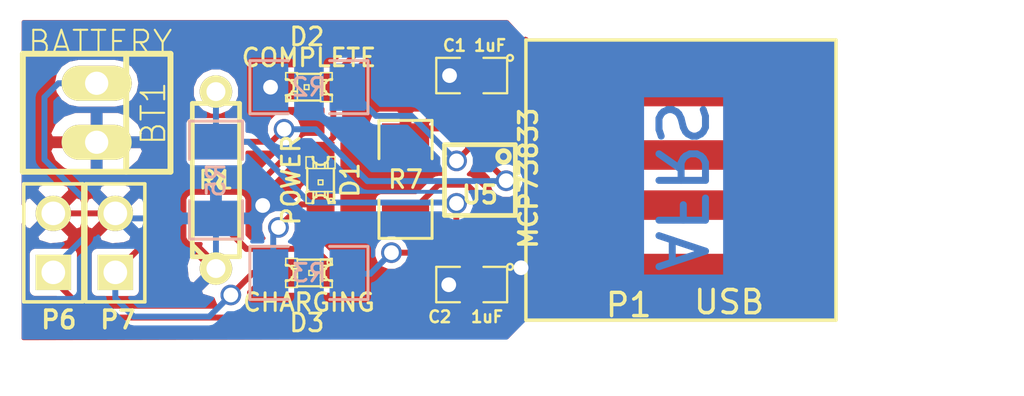
<source format=kicad_pcb>
(kicad_pcb (version 3) (host pcbnew "(2013-07-07 BZR 4022)-stable")

  (general
    (links 29)
    (no_connects 0)
    (area 54.109999 57.070328 101.555891 78.787894)
    (thickness 1.6)
    (drawings 14)
    (tracks 119)
    (zones 0)
    (modules 16)
    (nets 12)
  )

  (page User 150.012 150.012)
  (title_block 
    (company http://creativecommons.org/licenses/by-nc-sa/4.0/)
    (comment 1 "Creative Commons Attribution-NonCommercial-ShareAlike 4.0 International License")
    (comment 2 "This work is licensed under a: ")
    (comment 3 "Universidad de los Andes Deisgned by: Andrés Rengifo")
  )

  (layers
    (15 F.Cu signal)
    (0 B.Cu signal)
    (16 B.Adhes user)
    (17 F.Adhes user)
    (18 B.Paste user)
    (19 F.Paste user)
    (20 B.SilkS user)
    (21 F.SilkS user)
    (22 B.Mask user)
    (23 F.Mask user)
    (24 Dwgs.User user)
    (25 Cmts.User user)
    (26 Eco1.User user)
    (27 Eco2.User user)
    (28 Edge.Cuts user)
  )

  (setup
    (last_trace_width 0.254)
    (trace_clearance 0.254)
    (zone_clearance 0)
    (zone_45_only no)
    (trace_min 0.254)
    (segment_width 0.2)
    (edge_width 0.1)
    (via_size 0.889)
    (via_drill 0.635)
    (via_min_size 0.889)
    (via_min_drill 0.508)
    (uvia_size 0.508)
    (uvia_drill 0.127)
    (uvias_allowed no)
    (uvia_min_size 0.508)
    (uvia_min_drill 0.127)
    (pcb_text_width 0.3)
    (pcb_text_size 1.5 1.5)
    (mod_edge_width 0.15)
    (mod_text_size 1 1)
    (mod_text_width 0.15)
    (pad_size 1.143 1.143)
    (pad_drill 0.635)
    (pad_to_mask_clearance 0)
    (aux_axis_origin 12.7 106.68)
    (visible_elements 7FFFFFFF)
    (pcbplotparams
      (layerselection 29392897)
      (usegerberextensions true)
      (excludeedgelayer true)
      (linewidth 0.150000)
      (plotframeref false)
      (viasonmask false)
      (mode 1)
      (useauxorigin true)
      (hpglpennumber 1)
      (hpglpenspeed 20)
      (hpglpendiameter 15)
      (hpglpenoverlay 2)
      (psnegative false)
      (psa4output false)
      (plotreference true)
      (plotvalue true)
      (plotothertext true)
      (plotinvisibletext false)
      (padsonsilk false)
      (subtractmaskfromsilk false)
      (outputformat 1)
      (mirror false)
      (drillshape 0)
      (scaleselection 1)
      (outputdirectory Fab/))
  )

  (net 0 "")
  (net 1 /PROG)
  (net 2 GND)
  (net 3 N-0000010)
  (net 4 N-0000011)
  (net 5 N-0000012)
  (net 6 N-0000013)
  (net 7 N-000006)
  (net 8 N-000007)
  (net 9 N-000008)
  (net 10 N-000009)
  (net 11 VCC)

  (net_class Default "This is the default net class."
    (clearance 0.254)
    (trace_width 0.254)
    (via_dia 0.889)
    (via_drill 0.635)
    (uvia_dia 0.508)
    (uvia_drill 0.127)
    (add_net "")
    (add_net /PROG)
    (add_net GND)
    (add_net N-0000010)
    (add_net N-0000011)
    (add_net N-0000012)
    (add_net N-0000013)
    (add_net N-000006)
    (add_net N-000007)
    (add_net N-000008)
    (add_net N-000009)
    (add_net VCC)
  )

  (net_class NoMargin ""
    (clearance 0)
    (trace_width 0.254)
    (via_dia 0.889)
    (via_drill 0.635)
    (uvia_dia 0.508)
    (uvia_drill 0.127)
  )

  (module SM1206 (layer B.Cu) (tedit 42806E24) (tstamp 54C0158A)
    (at 67.398 63.516)
    (path /54BFE2DE)
    (attr smd)
    (fp_text reference R2 (at 0 0) (layer B.SilkS)
      (effects (font (size 0.762 0.762) (thickness 0.127)) (justify mirror))
    )
    (fp_text value 470 (at 0 0) (layer B.SilkS) hide
      (effects (font (size 0.762 0.762) (thickness 0.127)) (justify mirror))
    )
    (fp_line (start -2.54 1.143) (end -2.54 -1.143) (layer B.SilkS) (width 0.127))
    (fp_line (start -2.54 -1.143) (end -0.889 -1.143) (layer B.SilkS) (width 0.127))
    (fp_line (start 0.889 1.143) (end 2.54 1.143) (layer B.SilkS) (width 0.127))
    (fp_line (start 2.54 1.143) (end 2.54 -1.143) (layer B.SilkS) (width 0.127))
    (fp_line (start 2.54 -1.143) (end 0.889 -1.143) (layer B.SilkS) (width 0.127))
    (fp_line (start -0.889 1.143) (end -2.54 1.143) (layer B.SilkS) (width 0.127))
    (pad 1 smd rect (at -1.651 0) (size 1.524 2.032)
      (layers B.Cu B.Paste B.Mask)
      (net 7 N-000006)
    )
    (pad 2 smd rect (at 1.651 0) (size 1.524 2.032)
      (layers B.Cu B.Paste B.Mask)
      (net 4 N-0000011)
    )
    (model smd/chip_cms.wrl
      (at (xyz 0 0 0))
      (scale (xyz 0.17 0.16 0.16))
      (rotate (xyz 0 0 0))
    )
  )

  (module SM1206 (layer F.Cu) (tedit 5599AE2F) (tstamp 54C01596)
    (at 63.398 67.516 90)
    (path /54BFE2F5)
    (attr smd)
    (fp_text reference R1 (at 0 0 180) (layer F.SilkS)
      (effects (font (size 0.762 0.762) (thickness 0.127)))
    )
    (fp_text value 470 (at 0 0 90) (layer F.SilkS) hide
      (effects (font (size 0.762 0.762) (thickness 0.127)))
    )
    (fp_line (start -2.54 -1.143) (end -2.54 1.143) (layer F.SilkS) (width 0.127))
    (fp_line (start -2.54 1.143) (end -0.889 1.143) (layer F.SilkS) (width 0.127))
    (fp_line (start 0.889 -1.143) (end 2.54 -1.143) (layer F.SilkS) (width 0.127))
    (fp_line (start 2.54 -1.143) (end 2.54 1.143) (layer F.SilkS) (width 0.127))
    (fp_line (start 2.54 1.143) (end 0.889 1.143) (layer F.SilkS) (width 0.127))
    (fp_line (start -0.889 -1.143) (end -2.54 -1.143) (layer F.SilkS) (width 0.127))
    (pad 1 smd rect (at -1.651 0 90) (size 1.524 2.032)
      (layers F.Cu F.Paste F.Mask)
      (net 9 N-000008)
    )
    (pad 2 smd rect (at 1.651 0 90) (size 1.524 2.032)
      (layers F.Cu F.Paste F.Mask)
      (net 3 N-0000010)
    )
    (model smd/chip_cms.wrl
      (at (xyz 0 0 0))
      (scale (xyz 0.17 0.16 0.16))
      (rotate (xyz 0 0 0))
    )
  )

  (module SM1206 (layer B.Cu) (tedit 42806E24) (tstamp 54C021A1)
    (at 67.398 71.516)
    (path /54BFE42A)
    (attr smd)
    (fp_text reference R3 (at 0 0) (layer B.SilkS)
      (effects (font (size 0.762 0.762) (thickness 0.127)) (justify mirror))
    )
    (fp_text value 470 (at 0 0) (layer B.SilkS) hide
      (effects (font (size 0.762 0.762) (thickness 0.127)) (justify mirror))
    )
    (fp_line (start -2.54 1.143) (end -2.54 -1.143) (layer B.SilkS) (width 0.127))
    (fp_line (start -2.54 -1.143) (end -0.889 -1.143) (layer B.SilkS) (width 0.127))
    (fp_line (start 0.889 1.143) (end 2.54 1.143) (layer B.SilkS) (width 0.127))
    (fp_line (start 2.54 1.143) (end 2.54 -1.143) (layer B.SilkS) (width 0.127))
    (fp_line (start 2.54 -1.143) (end 0.889 -1.143) (layer B.SilkS) (width 0.127))
    (fp_line (start -0.889 1.143) (end -2.54 1.143) (layer B.SilkS) (width 0.127))
    (pad 1 smd rect (at -1.651 0) (size 1.524 2.032)
      (layers B.Cu B.Paste B.Mask)
      (net 8 N-000007)
    )
    (pad 2 smd rect (at 1.651 0) (size 1.524 2.032)
      (layers B.Cu B.Paste B.Mask)
      (net 10 N-000009)
    )
    (model smd/chip_cms.wrl
      (at (xyz 0 0 0))
      (scale (xyz 0.17 0.16 0.16))
      (rotate (xyz 0 0 0))
    )
  )

  (module SM1206 (layer B.Cu) (tedit 42806E24) (tstamp 54C015C6)
    (at 63.398 67.516 90)
    (path /54BFE83A)
    (attr smd)
    (fp_text reference R5 (at 0 0 90) (layer B.SilkS)
      (effects (font (size 0.762 0.762) (thickness 0.127)) (justify mirror))
    )
    (fp_text value 5K (at 0 0 90) (layer B.SilkS) hide
      (effects (font (size 0.762 0.762) (thickness 0.127)) (justify mirror))
    )
    (fp_line (start -2.54 1.143) (end -2.54 -1.143) (layer B.SilkS) (width 0.127))
    (fp_line (start -2.54 -1.143) (end -0.889 -1.143) (layer B.SilkS) (width 0.127))
    (fp_line (start 0.889 1.143) (end 2.54 1.143) (layer B.SilkS) (width 0.127))
    (fp_line (start 2.54 1.143) (end 2.54 -1.143) (layer B.SilkS) (width 0.127))
    (fp_line (start 2.54 -1.143) (end 0.889 -1.143) (layer B.SilkS) (width 0.127))
    (fp_line (start -0.889 1.143) (end -2.54 1.143) (layer B.SilkS) (width 0.127))
    (pad 1 smd rect (at -1.651 0 90) (size 1.524 2.032)
      (layers B.Cu B.Paste B.Mask)
      (net 2 GND)
    )
    (pad 2 smd rect (at 1.651 0 90) (size 1.524 2.032)
      (layers B.Cu B.Paste B.Mask)
      (net 1 /PROG)
    )
    (model smd/chip_cms.wrl
      (at (xyz 0 0 0))
      (scale (xyz 0.17 0.16 0.16))
      (rotate (xyz 0 0 0))
    )
  )

  (module SM1206 (layer F.Cu) (tedit 5599AE28) (tstamp 54C015D2)
    (at 71.5518 67.4878 270)
    (path /54BFE683)
    (attr smd)
    (fp_text reference R7 (at 0 0 360) (layer F.SilkS)
      (effects (font (size 0.762 0.762) (thickness 0.127)))
    )
    (fp_text value 10K (at 0.0982 0.9938 270) (layer F.SilkS) hide
      (effects (font (size 0.762 0.762) (thickness 0.127)))
    )
    (fp_line (start -2.54 -1.143) (end -2.54 1.143) (layer F.SilkS) (width 0.127))
    (fp_line (start -2.54 1.143) (end -0.889 1.143) (layer F.SilkS) (width 0.127))
    (fp_line (start 0.889 -1.143) (end 2.54 -1.143) (layer F.SilkS) (width 0.127))
    (fp_line (start 2.54 -1.143) (end 2.54 1.143) (layer F.SilkS) (width 0.127))
    (fp_line (start 2.54 1.143) (end 0.889 1.143) (layer F.SilkS) (width 0.127))
    (fp_line (start -0.889 -1.143) (end -2.54 -1.143) (layer F.SilkS) (width 0.127))
    (pad 1 smd rect (at -1.651 0 270) (size 1.524 2.032)
      (layers F.Cu F.Paste F.Mask)
      (net 2 GND)
    )
    (pad 2 smd rect (at 1.651 0 270) (size 1.524 2.032)
      (layers F.Cu F.Paste F.Mask)
      (net 5 N-0000012)
    )
    (model smd/chip_cms.wrl
      (at (xyz 0 0 0))
      (scale (xyz 0.17 0.16 0.16))
      (rotate (xyz 0 0 0))
    )
  )

  (module SM0805 (layer F.Cu) (tedit 5599AE1B) (tstamp 54C015EB)
    (at 74.398 63.016 180)
    (path /54BFE6F3)
    (attr smd)
    (fp_text reference C1 (at 0.738 1.294 180) (layer F.SilkS)
      (effects (font (size 0.50038 0.50038) (thickness 0.10922)))
    )
    (fp_text value 1uF (at -0.786 1.294 180) (layer F.SilkS)
      (effects (font (size 0.50038 0.50038) (thickness 0.10922)))
    )
    (fp_circle (center -1.651 0.762) (end -1.651 0.635) (layer F.SilkS) (width 0.09906))
    (fp_line (start -0.508 0.762) (end -1.524 0.762) (layer F.SilkS) (width 0.09906))
    (fp_line (start -1.524 0.762) (end -1.524 -0.762) (layer F.SilkS) (width 0.09906))
    (fp_line (start -1.524 -0.762) (end -0.508 -0.762) (layer F.SilkS) (width 0.09906))
    (fp_line (start 0.508 -0.762) (end 1.524 -0.762) (layer F.SilkS) (width 0.09906))
    (fp_line (start 1.524 -0.762) (end 1.524 0.762) (layer F.SilkS) (width 0.09906))
    (fp_line (start 1.524 0.762) (end 0.508 0.762) (layer F.SilkS) (width 0.09906))
    (pad 1 smd rect (at -0.9525 0 180) (size 0.889 1.397)
      (layers F.Cu F.Paste F.Mask)
      (net 11 VCC)
    )
    (pad 2 smd rect (at 0.9525 0 180) (size 0.889 1.397)
      (layers F.Cu F.Paste F.Mask)
      (net 2 GND)
    )
    (model smd/chip_cms.wrl
      (at (xyz 0 0 0))
      (scale (xyz 0.1 0.1 0.1))
      (rotate (xyz 0 0 0))
    )
  )

  (module SM0805 (layer F.Cu) (tedit 5599ADFC) (tstamp 54C015F8)
    (at 74.398 72.016 180)
    (path /54BFE642)
    (attr smd)
    (fp_text reference C2 (at 1.373 -1.39 180) (layer F.SilkS)
      (effects (font (size 0.50038 0.50038) (thickness 0.10922)))
    )
    (fp_text value 1uF (at -0.659 -1.39 180) (layer F.SilkS)
      (effects (font (size 0.50038 0.50038) (thickness 0.10922)))
    )
    (fp_circle (center -1.651 0.762) (end -1.651 0.635) (layer F.SilkS) (width 0.09906))
    (fp_line (start -0.508 0.762) (end -1.524 0.762) (layer F.SilkS) (width 0.09906))
    (fp_line (start -1.524 0.762) (end -1.524 -0.762) (layer F.SilkS) (width 0.09906))
    (fp_line (start -1.524 -0.762) (end -0.508 -0.762) (layer F.SilkS) (width 0.09906))
    (fp_line (start 0.508 -0.762) (end 1.524 -0.762) (layer F.SilkS) (width 0.09906))
    (fp_line (start 1.524 -0.762) (end 1.524 0.762) (layer F.SilkS) (width 0.09906))
    (fp_line (start 1.524 0.762) (end 0.508 0.762) (layer F.SilkS) (width 0.09906))
    (pad 1 smd rect (at -0.9525 0 180) (size 0.889 1.397)
      (layers F.Cu F.Paste F.Mask)
      (net 6 N-0000013)
    )
    (pad 2 smd rect (at 0.9525 0 180) (size 0.889 1.397)
      (layers F.Cu F.Paste F.Mask)
      (net 2 GND)
    )
    (model smd/chip_cms.wrl
      (at (xyz 0 0 0))
      (scale (xyz 0.1 0.1 0.1))
      (rotate (xyz 0 0 0))
    )
  )

  (module PINHEAD1-2 (layer F.Cu) (tedit 5599AE6E) (tstamp 54C01603)
    (at 58.2676 64.6176 270)
    (path /54C00C3E)
    (attr virtual)
    (fp_text reference BT1 (at 0.0254 -2.4384 270) (layer F.SilkS)
      (effects (font (size 1.016 1.016) (thickness 0.0889)))
    )
    (fp_text value BATTERY (at -3.0226 -0.1524 360) (layer F.SilkS)
      (effects (font (size 1.016 1.016) (thickness 0.0889)))
    )
    (fp_line (start 2.54 -1.27) (end -2.54 -1.27) (layer F.SilkS) (width 0.254))
    (fp_line (start 2.54 3.175) (end -2.54 3.175) (layer F.SilkS) (width 0.254))
    (fp_line (start -2.54 -3.175) (end 2.54 -3.175) (layer F.SilkS) (width 0.254))
    (fp_line (start -2.54 -3.175) (end -2.54 3.175) (layer F.SilkS) (width 0.254))
    (fp_line (start 2.54 -3.175) (end 2.54 3.175) (layer F.SilkS) (width 0.254))
    (pad 1 thru_hole oval (at -1.27 0 270) (size 1.50622 3.01498) (drill 0.99822)
      (layers *.Cu F.Paste F.SilkS F.Mask)
      (net 6 N-0000013)
    )
    (pad 2 thru_hole oval (at 1.27 0 270) (size 1.50622 3.01498) (drill 0.99822)
      (layers *.Cu F.Paste F.SilkS F.Mask)
      (net 2 GND)
    )
  )

  (module PIN_ARRAY_2X1 (layer F.Cu) (tedit 5599AE83) (tstamp 54C01635)
    (at 56.40324 70.22084 90)
    (descr "Connecteurs 2 pins")
    (tags "CONN DEV")
    (path /54C00F77)
    (fp_text reference P6 (at -3.31216 0.23876 180) (layer F.SilkS)
      (effects (font (size 0.762 0.762) (thickness 0.1524)))
    )
    (fp_text value BATT (at -0.01016 0.11176 180) (layer F.SilkS) hide
      (effects (font (size 0.762 0.762) (thickness 0.1524)))
    )
    (fp_line (start -2.54 1.27) (end -2.54 -1.27) (layer F.SilkS) (width 0.1524))
    (fp_line (start -2.54 -1.27) (end 2.54 -1.27) (layer F.SilkS) (width 0.1524))
    (fp_line (start 2.54 -1.27) (end 2.54 1.27) (layer F.SilkS) (width 0.1524))
    (fp_line (start 2.54 1.27) (end -2.54 1.27) (layer F.SilkS) (width 0.1524))
    (pad 1 thru_hole rect (at -1.27 0 90) (size 1.524 1.524) (drill 1.016)
      (layers *.Cu *.Mask F.SilkS)
      (net 6 N-0000013)
    )
    (pad 2 thru_hole circle (at 1.27 0 90) (size 1.524 1.524) (drill 1.016)
      (layers *.Cu *.Mask F.SilkS)
      (net 2 GND)
    )
    (model pin_array/pins_array_2x1.wrl
      (at (xyz 0 0 0))
      (scale (xyz 1 1 1))
      (rotate (xyz 0 0 0))
    )
  )

  (module MSOP10-0.5 (layer F.Cu) (tedit 57BFBFF8) (tstamp 54C01648)
    (at 74.7522 67.516 180)
    (descr "MSOP10 10pins pitch 0.5mm")
    (path /54BFE25F)
    (attr smd)
    (fp_text reference U5 (at 0 -0.635 180) (layer F.SilkS)
      (effects (font (size 0.762 0.762) (thickness 0.1524)))
    )
    (fp_text value MCP73833 (at -2.0828 0.079 270) (layer F.SilkS)
      (effects (font (size 0.762 0.762) (thickness 0.1524)))
    )
    (fp_circle (center -1.016 1.016) (end -1.016 0.762) (layer F.SilkS) (width 0.2032))
    (fp_line (start 1.524 1.524) (end -1.524 1.524) (layer F.SilkS) (width 0.2032))
    (fp_line (start -1.524 1.524) (end -1.524 -1.524) (layer F.SilkS) (width 0.2032))
    (fp_line (start -1.524 -1.524) (end 1.524 -1.524) (layer F.SilkS) (width 0.2032))
    (fp_line (start 1.524 -1.524) (end 1.524 1.524) (layer F.SilkS) (width 0.2032))
    (pad 1 smd rect (at -1.016 2.2225 180) (size 0.26924 1.00076)
      (layers F.Cu F.Paste F.Mask)
      (net 11 VCC)
    )
    (pad 2 smd rect (at -0.508 2.2225 180) (size 0.26924 1.00076)
      (layers F.Cu F.Paste F.Mask)
      (net 11 VCC)
    )
    (pad 3 smd rect (at 0 2.2225 180) (size 0.26924 1.00076)
      (layers F.Cu F.Paste F.Mask)
      (net 3 N-0000010)
    )
    (pad 4 smd rect (at 0.508 2.2225 180) (size 0.26924 1.00076)
      (layers F.Cu F.Paste F.Mask)
      (net 4 N-0000011)
    )
    (pad 5 smd rect (at 1.016 2.2225 180) (size 0.26924 1.00076)
      (layers F.Cu F.Paste F.Mask)
      (net 2 GND)
    )
    (pad 6 smd rect (at 1.016 -2.2225 180) (size 0.26924 1.00076)
      (layers F.Cu F.Paste F.Mask)
      (net 1 /PROG)
    )
    (pad 7 smd rect (at 0.508 -2.2225 180) (size 0.26924 1.00076)
      (layers F.Cu F.Paste F.Mask)
      (net 10 N-000009)
    )
    (pad 8 smd rect (at 0 -2.2225 180) (size 0.26924 1.00076)
      (layers F.Cu F.Paste F.Mask)
      (net 5 N-0000012)
    )
    (pad 9 smd rect (at -0.508 -2.2225 180) (size 0.26924 1.00076)
      (layers F.Cu F.Paste F.Mask)
      (net 6 N-0000013)
    )
    (pad 10 smd rect (at -1.016 -2.2225 180) (size 0.26924 1.00076)
      (layers F.Cu F.Paste F.Mask)
      (net 6 N-0000013)
    )
    (model smd\MSOP_10.wrl
      (at (xyz 0 0 0))
      (scale (xyz 0.3 0.35 0.3))
      (rotate (xyz 0 0 0))
    )
  )

  (module LED-0805 (layer F.Cu) (tedit 49DC4C0B) (tstamp 54C11AB7)
    (at 67.898 67.516 270)
    (descr "LED 0805 smd package")
    (tags "LED 0805 SMD")
    (path /54BFE4AF)
    (attr smd)
    (fp_text reference D1 (at 0 -1.27 270) (layer F.SilkS)
      (effects (font (size 0.762 0.762) (thickness 0.127)))
    )
    (fp_text value POWER (at 0 1.27 270) (layer F.SilkS)
      (effects (font (size 0.762 0.762) (thickness 0.127)))
    )
    (fp_line (start 0.49784 0.29972) (end 0.49784 0.62484) (layer F.SilkS) (width 0.06604))
    (fp_line (start 0.49784 0.62484) (end 0.99822 0.62484) (layer F.SilkS) (width 0.06604))
    (fp_line (start 0.99822 0.29972) (end 0.99822 0.62484) (layer F.SilkS) (width 0.06604))
    (fp_line (start 0.49784 0.29972) (end 0.99822 0.29972) (layer F.SilkS) (width 0.06604))
    (fp_line (start 0.49784 -0.32258) (end 0.49784 -0.17272) (layer F.SilkS) (width 0.06604))
    (fp_line (start 0.49784 -0.17272) (end 0.7493 -0.17272) (layer F.SilkS) (width 0.06604))
    (fp_line (start 0.7493 -0.32258) (end 0.7493 -0.17272) (layer F.SilkS) (width 0.06604))
    (fp_line (start 0.49784 -0.32258) (end 0.7493 -0.32258) (layer F.SilkS) (width 0.06604))
    (fp_line (start 0.49784 0.17272) (end 0.49784 0.32258) (layer F.SilkS) (width 0.06604))
    (fp_line (start 0.49784 0.32258) (end 0.7493 0.32258) (layer F.SilkS) (width 0.06604))
    (fp_line (start 0.7493 0.17272) (end 0.7493 0.32258) (layer F.SilkS) (width 0.06604))
    (fp_line (start 0.49784 0.17272) (end 0.7493 0.17272) (layer F.SilkS) (width 0.06604))
    (fp_line (start 0.49784 -0.19812) (end 0.49784 0.19812) (layer F.SilkS) (width 0.06604))
    (fp_line (start 0.49784 0.19812) (end 0.6731 0.19812) (layer F.SilkS) (width 0.06604))
    (fp_line (start 0.6731 -0.19812) (end 0.6731 0.19812) (layer F.SilkS) (width 0.06604))
    (fp_line (start 0.49784 -0.19812) (end 0.6731 -0.19812) (layer F.SilkS) (width 0.06604))
    (fp_line (start -0.99822 0.29972) (end -0.99822 0.62484) (layer F.SilkS) (width 0.06604))
    (fp_line (start -0.99822 0.62484) (end -0.49784 0.62484) (layer F.SilkS) (width 0.06604))
    (fp_line (start -0.49784 0.29972) (end -0.49784 0.62484) (layer F.SilkS) (width 0.06604))
    (fp_line (start -0.99822 0.29972) (end -0.49784 0.29972) (layer F.SilkS) (width 0.06604))
    (fp_line (start -0.99822 -0.62484) (end -0.99822 -0.29972) (layer F.SilkS) (width 0.06604))
    (fp_line (start -0.99822 -0.29972) (end -0.49784 -0.29972) (layer F.SilkS) (width 0.06604))
    (fp_line (start -0.49784 -0.62484) (end -0.49784 -0.29972) (layer F.SilkS) (width 0.06604))
    (fp_line (start -0.99822 -0.62484) (end -0.49784 -0.62484) (layer F.SilkS) (width 0.06604))
    (fp_line (start -0.7493 0.17272) (end -0.7493 0.32258) (layer F.SilkS) (width 0.06604))
    (fp_line (start -0.7493 0.32258) (end -0.49784 0.32258) (layer F.SilkS) (width 0.06604))
    (fp_line (start -0.49784 0.17272) (end -0.49784 0.32258) (layer F.SilkS) (width 0.06604))
    (fp_line (start -0.7493 0.17272) (end -0.49784 0.17272) (layer F.SilkS) (width 0.06604))
    (fp_line (start -0.7493 -0.32258) (end -0.7493 -0.17272) (layer F.SilkS) (width 0.06604))
    (fp_line (start -0.7493 -0.17272) (end -0.49784 -0.17272) (layer F.SilkS) (width 0.06604))
    (fp_line (start -0.49784 -0.32258) (end -0.49784 -0.17272) (layer F.SilkS) (width 0.06604))
    (fp_line (start -0.7493 -0.32258) (end -0.49784 -0.32258) (layer F.SilkS) (width 0.06604))
    (fp_line (start -0.6731 -0.19812) (end -0.6731 0.19812) (layer F.SilkS) (width 0.06604))
    (fp_line (start -0.6731 0.19812) (end -0.49784 0.19812) (layer F.SilkS) (width 0.06604))
    (fp_line (start -0.49784 -0.19812) (end -0.49784 0.19812) (layer F.SilkS) (width 0.06604))
    (fp_line (start -0.6731 -0.19812) (end -0.49784 -0.19812) (layer F.SilkS) (width 0.06604))
    (fp_line (start 0 -0.09906) (end 0 0.09906) (layer F.SilkS) (width 0.06604))
    (fp_line (start 0 0.09906) (end 0.19812 0.09906) (layer F.SilkS) (width 0.06604))
    (fp_line (start 0.19812 -0.09906) (end 0.19812 0.09906) (layer F.SilkS) (width 0.06604))
    (fp_line (start 0 -0.09906) (end 0.19812 -0.09906) (layer F.SilkS) (width 0.06604))
    (fp_line (start 0.49784 -0.59944) (end 0.49784 -0.29972) (layer F.SilkS) (width 0.06604))
    (fp_line (start 0.49784 -0.29972) (end 0.79756 -0.29972) (layer F.SilkS) (width 0.06604))
    (fp_line (start 0.79756 -0.59944) (end 0.79756 -0.29972) (layer F.SilkS) (width 0.06604))
    (fp_line (start 0.49784 -0.59944) (end 0.79756 -0.59944) (layer F.SilkS) (width 0.06604))
    (fp_line (start 0.92456 -0.62484) (end 0.92456 -0.39878) (layer F.SilkS) (width 0.06604))
    (fp_line (start 0.92456 -0.39878) (end 0.99822 -0.39878) (layer F.SilkS) (width 0.06604))
    (fp_line (start 0.99822 -0.62484) (end 0.99822 -0.39878) (layer F.SilkS) (width 0.06604))
    (fp_line (start 0.92456 -0.62484) (end 0.99822 -0.62484) (layer F.SilkS) (width 0.06604))
    (fp_line (start 0.52324 0.57404) (end -0.52324 0.57404) (layer F.SilkS) (width 0.1016))
    (fp_line (start -0.49784 -0.57404) (end 0.92456 -0.57404) (layer F.SilkS) (width 0.1016))
    (fp_circle (center 0.84836 -0.44958) (end 0.89916 -0.50038) (layer F.SilkS) (width 0.0508))
    (fp_arc (start 0.99822 0) (end 0.99822 0.34798) (angle 180) (layer F.SilkS) (width 0.1016))
    (fp_arc (start -0.99822 0) (end -0.99822 -0.34798) (angle 180) (layer F.SilkS) (width 0.1016))
    (pad 1 smd rect (at -1.04902 0 270) (size 1.19888 1.19888)
      (layers F.Cu F.Paste F.Mask)
      (net 11 VCC)
    )
    (pad 2 smd rect (at 1.04902 0 270) (size 1.19888 1.19888)
      (layers F.Cu F.Paste F.Mask)
      (net 8 N-000007)
    )
  )

  (module LED-0805 (layer F.Cu) (tedit 5599AE20) (tstamp 54C016BE)
    (at 67.398 63.516 180)
    (descr "LED 0805 smd package")
    (tags "LED 0805 SMD")
    (path /54BFE4A9)
    (attr smd)
    (fp_text reference D2 (at 0.088 2.175 180) (layer F.SilkS)
      (effects (font (size 0.762 0.762) (thickness 0.127)))
    )
    (fp_text value COMPLETE (at 0 1.27 180) (layer F.SilkS)
      (effects (font (size 0.762 0.762) (thickness 0.127)))
    )
    (fp_line (start 0.49784 0.29972) (end 0.49784 0.62484) (layer F.SilkS) (width 0.06604))
    (fp_line (start 0.49784 0.62484) (end 0.99822 0.62484) (layer F.SilkS) (width 0.06604))
    (fp_line (start 0.99822 0.29972) (end 0.99822 0.62484) (layer F.SilkS) (width 0.06604))
    (fp_line (start 0.49784 0.29972) (end 0.99822 0.29972) (layer F.SilkS) (width 0.06604))
    (fp_line (start 0.49784 -0.32258) (end 0.49784 -0.17272) (layer F.SilkS) (width 0.06604))
    (fp_line (start 0.49784 -0.17272) (end 0.7493 -0.17272) (layer F.SilkS) (width 0.06604))
    (fp_line (start 0.7493 -0.32258) (end 0.7493 -0.17272) (layer F.SilkS) (width 0.06604))
    (fp_line (start 0.49784 -0.32258) (end 0.7493 -0.32258) (layer F.SilkS) (width 0.06604))
    (fp_line (start 0.49784 0.17272) (end 0.49784 0.32258) (layer F.SilkS) (width 0.06604))
    (fp_line (start 0.49784 0.32258) (end 0.7493 0.32258) (layer F.SilkS) (width 0.06604))
    (fp_line (start 0.7493 0.17272) (end 0.7493 0.32258) (layer F.SilkS) (width 0.06604))
    (fp_line (start 0.49784 0.17272) (end 0.7493 0.17272) (layer F.SilkS) (width 0.06604))
    (fp_line (start 0.49784 -0.19812) (end 0.49784 0.19812) (layer F.SilkS) (width 0.06604))
    (fp_line (start 0.49784 0.19812) (end 0.6731 0.19812) (layer F.SilkS) (width 0.06604))
    (fp_line (start 0.6731 -0.19812) (end 0.6731 0.19812) (layer F.SilkS) (width 0.06604))
    (fp_line (start 0.49784 -0.19812) (end 0.6731 -0.19812) (layer F.SilkS) (width 0.06604))
    (fp_line (start -0.99822 0.29972) (end -0.99822 0.62484) (layer F.SilkS) (width 0.06604))
    (fp_line (start -0.99822 0.62484) (end -0.49784 0.62484) (layer F.SilkS) (width 0.06604))
    (fp_line (start -0.49784 0.29972) (end -0.49784 0.62484) (layer F.SilkS) (width 0.06604))
    (fp_line (start -0.99822 0.29972) (end -0.49784 0.29972) (layer F.SilkS) (width 0.06604))
    (fp_line (start -0.99822 -0.62484) (end -0.99822 -0.29972) (layer F.SilkS) (width 0.06604))
    (fp_line (start -0.99822 -0.29972) (end -0.49784 -0.29972) (layer F.SilkS) (width 0.06604))
    (fp_line (start -0.49784 -0.62484) (end -0.49784 -0.29972) (layer F.SilkS) (width 0.06604))
    (fp_line (start -0.99822 -0.62484) (end -0.49784 -0.62484) (layer F.SilkS) (width 0.06604))
    (fp_line (start -0.7493 0.17272) (end -0.7493 0.32258) (layer F.SilkS) (width 0.06604))
    (fp_line (start -0.7493 0.32258) (end -0.49784 0.32258) (layer F.SilkS) (width 0.06604))
    (fp_line (start -0.49784 0.17272) (end -0.49784 0.32258) (layer F.SilkS) (width 0.06604))
    (fp_line (start -0.7493 0.17272) (end -0.49784 0.17272) (layer F.SilkS) (width 0.06604))
    (fp_line (start -0.7493 -0.32258) (end -0.7493 -0.17272) (layer F.SilkS) (width 0.06604))
    (fp_line (start -0.7493 -0.17272) (end -0.49784 -0.17272) (layer F.SilkS) (width 0.06604))
    (fp_line (start -0.49784 -0.32258) (end -0.49784 -0.17272) (layer F.SilkS) (width 0.06604))
    (fp_line (start -0.7493 -0.32258) (end -0.49784 -0.32258) (layer F.SilkS) (width 0.06604))
    (fp_line (start -0.6731 -0.19812) (end -0.6731 0.19812) (layer F.SilkS) (width 0.06604))
    (fp_line (start -0.6731 0.19812) (end -0.49784 0.19812) (layer F.SilkS) (width 0.06604))
    (fp_line (start -0.49784 -0.19812) (end -0.49784 0.19812) (layer F.SilkS) (width 0.06604))
    (fp_line (start -0.6731 -0.19812) (end -0.49784 -0.19812) (layer F.SilkS) (width 0.06604))
    (fp_line (start 0 -0.09906) (end 0 0.09906) (layer F.SilkS) (width 0.06604))
    (fp_line (start 0 0.09906) (end 0.19812 0.09906) (layer F.SilkS) (width 0.06604))
    (fp_line (start 0.19812 -0.09906) (end 0.19812 0.09906) (layer F.SilkS) (width 0.06604))
    (fp_line (start 0 -0.09906) (end 0.19812 -0.09906) (layer F.SilkS) (width 0.06604))
    (fp_line (start 0.49784 -0.59944) (end 0.49784 -0.29972) (layer F.SilkS) (width 0.06604))
    (fp_line (start 0.49784 -0.29972) (end 0.79756 -0.29972) (layer F.SilkS) (width 0.06604))
    (fp_line (start 0.79756 -0.59944) (end 0.79756 -0.29972) (layer F.SilkS) (width 0.06604))
    (fp_line (start 0.49784 -0.59944) (end 0.79756 -0.59944) (layer F.SilkS) (width 0.06604))
    (fp_line (start 0.92456 -0.62484) (end 0.92456 -0.39878) (layer F.SilkS) (width 0.06604))
    (fp_line (start 0.92456 -0.39878) (end 0.99822 -0.39878) (layer F.SilkS) (width 0.06604))
    (fp_line (start 0.99822 -0.62484) (end 0.99822 -0.39878) (layer F.SilkS) (width 0.06604))
    (fp_line (start 0.92456 -0.62484) (end 0.99822 -0.62484) (layer F.SilkS) (width 0.06604))
    (fp_line (start 0.52324 0.57404) (end -0.52324 0.57404) (layer F.SilkS) (width 0.1016))
    (fp_line (start -0.49784 -0.57404) (end 0.92456 -0.57404) (layer F.SilkS) (width 0.1016))
    (fp_circle (center 0.84836 -0.44958) (end 0.89916 -0.50038) (layer F.SilkS) (width 0.0508))
    (fp_arc (start 0.99822 0) (end 0.99822 0.34798) (angle 180) (layer F.SilkS) (width 0.1016))
    (fp_arc (start -0.99822 0) (end -0.99822 -0.34798) (angle 180) (layer F.SilkS) (width 0.1016))
    (pad 1 smd rect (at -1.04902 0 180) (size 1.19888 1.19888)
      (layers F.Cu F.Paste F.Mask)
      (net 11 VCC)
    )
    (pad 2 smd rect (at 1.04902 0 180) (size 1.19888 1.19888)
      (layers F.Cu F.Paste F.Mask)
      (net 7 N-000006)
    )
  )

  (module LED-0805 (layer F.Cu) (tedit 5599ADF2) (tstamp 54C016F9)
    (at 67.398 71.516)
    (descr "LED 0805 smd package")
    (tags "LED 0805 SMD")
    (path /54BFE488)
    (attr smd)
    (fp_text reference D3 (at -0.088 2.144) (layer F.SilkS)
      (effects (font (size 0.762 0.762) (thickness 0.127)))
    )
    (fp_text value CHARGING (at 0 1.27) (layer F.SilkS)
      (effects (font (size 0.762 0.762) (thickness 0.127)))
    )
    (fp_line (start 0.49784 0.29972) (end 0.49784 0.62484) (layer F.SilkS) (width 0.06604))
    (fp_line (start 0.49784 0.62484) (end 0.99822 0.62484) (layer F.SilkS) (width 0.06604))
    (fp_line (start 0.99822 0.29972) (end 0.99822 0.62484) (layer F.SilkS) (width 0.06604))
    (fp_line (start 0.49784 0.29972) (end 0.99822 0.29972) (layer F.SilkS) (width 0.06604))
    (fp_line (start 0.49784 -0.32258) (end 0.49784 -0.17272) (layer F.SilkS) (width 0.06604))
    (fp_line (start 0.49784 -0.17272) (end 0.7493 -0.17272) (layer F.SilkS) (width 0.06604))
    (fp_line (start 0.7493 -0.32258) (end 0.7493 -0.17272) (layer F.SilkS) (width 0.06604))
    (fp_line (start 0.49784 -0.32258) (end 0.7493 -0.32258) (layer F.SilkS) (width 0.06604))
    (fp_line (start 0.49784 0.17272) (end 0.49784 0.32258) (layer F.SilkS) (width 0.06604))
    (fp_line (start 0.49784 0.32258) (end 0.7493 0.32258) (layer F.SilkS) (width 0.06604))
    (fp_line (start 0.7493 0.17272) (end 0.7493 0.32258) (layer F.SilkS) (width 0.06604))
    (fp_line (start 0.49784 0.17272) (end 0.7493 0.17272) (layer F.SilkS) (width 0.06604))
    (fp_line (start 0.49784 -0.19812) (end 0.49784 0.19812) (layer F.SilkS) (width 0.06604))
    (fp_line (start 0.49784 0.19812) (end 0.6731 0.19812) (layer F.SilkS) (width 0.06604))
    (fp_line (start 0.6731 -0.19812) (end 0.6731 0.19812) (layer F.SilkS) (width 0.06604))
    (fp_line (start 0.49784 -0.19812) (end 0.6731 -0.19812) (layer F.SilkS) (width 0.06604))
    (fp_line (start -0.99822 0.29972) (end -0.99822 0.62484) (layer F.SilkS) (width 0.06604))
    (fp_line (start -0.99822 0.62484) (end -0.49784 0.62484) (layer F.SilkS) (width 0.06604))
    (fp_line (start -0.49784 0.29972) (end -0.49784 0.62484) (layer F.SilkS) (width 0.06604))
    (fp_line (start -0.99822 0.29972) (end -0.49784 0.29972) (layer F.SilkS) (width 0.06604))
    (fp_line (start -0.99822 -0.62484) (end -0.99822 -0.29972) (layer F.SilkS) (width 0.06604))
    (fp_line (start -0.99822 -0.29972) (end -0.49784 -0.29972) (layer F.SilkS) (width 0.06604))
    (fp_line (start -0.49784 -0.62484) (end -0.49784 -0.29972) (layer F.SilkS) (width 0.06604))
    (fp_line (start -0.99822 -0.62484) (end -0.49784 -0.62484) (layer F.SilkS) (width 0.06604))
    (fp_line (start -0.7493 0.17272) (end -0.7493 0.32258) (layer F.SilkS) (width 0.06604))
    (fp_line (start -0.7493 0.32258) (end -0.49784 0.32258) (layer F.SilkS) (width 0.06604))
    (fp_line (start -0.49784 0.17272) (end -0.49784 0.32258) (layer F.SilkS) (width 0.06604))
    (fp_line (start -0.7493 0.17272) (end -0.49784 0.17272) (layer F.SilkS) (width 0.06604))
    (fp_line (start -0.7493 -0.32258) (end -0.7493 -0.17272) (layer F.SilkS) (width 0.06604))
    (fp_line (start -0.7493 -0.17272) (end -0.49784 -0.17272) (layer F.SilkS) (width 0.06604))
    (fp_line (start -0.49784 -0.32258) (end -0.49784 -0.17272) (layer F.SilkS) (width 0.06604))
    (fp_line (start -0.7493 -0.32258) (end -0.49784 -0.32258) (layer F.SilkS) (width 0.06604))
    (fp_line (start -0.6731 -0.19812) (end -0.6731 0.19812) (layer F.SilkS) (width 0.06604))
    (fp_line (start -0.6731 0.19812) (end -0.49784 0.19812) (layer F.SilkS) (width 0.06604))
    (fp_line (start -0.49784 -0.19812) (end -0.49784 0.19812) (layer F.SilkS) (width 0.06604))
    (fp_line (start -0.6731 -0.19812) (end -0.49784 -0.19812) (layer F.SilkS) (width 0.06604))
    (fp_line (start 0 -0.09906) (end 0 0.09906) (layer F.SilkS) (width 0.06604))
    (fp_line (start 0 0.09906) (end 0.19812 0.09906) (layer F.SilkS) (width 0.06604))
    (fp_line (start 0.19812 -0.09906) (end 0.19812 0.09906) (layer F.SilkS) (width 0.06604))
    (fp_line (start 0 -0.09906) (end 0.19812 -0.09906) (layer F.SilkS) (width 0.06604))
    (fp_line (start 0.49784 -0.59944) (end 0.49784 -0.29972) (layer F.SilkS) (width 0.06604))
    (fp_line (start 0.49784 -0.29972) (end 0.79756 -0.29972) (layer F.SilkS) (width 0.06604))
    (fp_line (start 0.79756 -0.59944) (end 0.79756 -0.29972) (layer F.SilkS) (width 0.06604))
    (fp_line (start 0.49784 -0.59944) (end 0.79756 -0.59944) (layer F.SilkS) (width 0.06604))
    (fp_line (start 0.92456 -0.62484) (end 0.92456 -0.39878) (layer F.SilkS) (width 0.06604))
    (fp_line (start 0.92456 -0.39878) (end 0.99822 -0.39878) (layer F.SilkS) (width 0.06604))
    (fp_line (start 0.99822 -0.62484) (end 0.99822 -0.39878) (layer F.SilkS) (width 0.06604))
    (fp_line (start 0.92456 -0.62484) (end 0.99822 -0.62484) (layer F.SilkS) (width 0.06604))
    (fp_line (start 0.52324 0.57404) (end -0.52324 0.57404) (layer F.SilkS) (width 0.1016))
    (fp_line (start -0.49784 -0.57404) (end 0.92456 -0.57404) (layer F.SilkS) (width 0.1016))
    (fp_circle (center 0.84836 -0.44958) (end 0.89916 -0.50038) (layer F.SilkS) (width 0.0508))
    (fp_arc (start 0.99822 0) (end 0.99822 0.34798) (angle 180) (layer F.SilkS) (width 0.1016))
    (fp_arc (start -0.99822 0) (end -0.99822 -0.34798) (angle 180) (layer F.SilkS) (width 0.1016))
    (pad 1 smd rect (at -1.04902 0) (size 1.19888 1.19888)
      (layers F.Cu F.Paste F.Mask)
      (net 11 VCC)
    )
    (pad 2 smd rect (at 1.04902 0) (size 1.19888 1.19888)
      (layers F.Cu F.Paste F.Mask)
      (net 9 N-000008)
    )
  )

  (module PIN_ARRAY_2X1 (layer F.Cu) (tedit 5599AE5D) (tstamp 54C0263D)
    (at 59.07024 70.22084 90)
    (descr "Connecteurs 2 pins")
    (tags "CONN DEV")
    (path /54C01BEC)
    (fp_text reference P7 (at -3.31216 0.11176 180) (layer F.SilkS)
      (effects (font (size 0.762 0.762) (thickness 0.1524)))
    )
    (fp_text value POWER (at -0.26416 2.01676 90) (layer F.SilkS) hide
      (effects (font (size 0.762 0.762) (thickness 0.1524)))
    )
    (fp_line (start -2.54 1.27) (end -2.54 -1.27) (layer F.SilkS) (width 0.1524))
    (fp_line (start -2.54 -1.27) (end 2.54 -1.27) (layer F.SilkS) (width 0.1524))
    (fp_line (start 2.54 -1.27) (end 2.54 1.27) (layer F.SilkS) (width 0.1524))
    (fp_line (start 2.54 1.27) (end -2.54 1.27) (layer F.SilkS) (width 0.1524))
    (pad 1 thru_hole rect (at -1.27 0 90) (size 1.524 1.524) (drill 1.016)
      (layers *.Cu *.Mask F.SilkS)
      (net 11 VCC)
    )
    (pad 2 thru_hole circle (at 1.27 0 90) (size 1.524 1.524) (drill 1.016)
      (layers *.Cu *.Mask F.SilkS)
      (net 2 GND)
    )
    (model pin_array/pins_array_2x1.wrl
      (at (xyz 0 0 0))
      (scale (xyz 1 1 1))
      (rotate (xyz 0 0 0))
    )
  )

  (module USB_A_SMD (layer F.Cu) (tedit 5599AE0B) (tstamp 54C02885)
    (at 83.398 67.516 270)
    (path /54C00DA6)
    (fp_text reference P1 (at 5.382 2.245 360) (layer F.SilkS)
      (effects (font (size 1 1) (thickness 0.15)))
    )
    (fp_text value USB (at 5.255 -2.073 360) (layer F.SilkS)
      (effects (font (size 1 1) (thickness 0.15)))
    )
    (fp_line (start -6.0325 -6.6675) (end -6.0325 6.6675) (layer F.SilkS) (width 0.15))
    (fp_line (start -6.0325 6.6675) (end 6.0325 6.6675) (layer F.SilkS) (width 0.15))
    (fp_line (start 6.0325 -6.6675) (end 6.0325 6.6675) (layer F.SilkS) (width 0.15))
    (fp_line (start -6.0325 -6.6675) (end 6.0325 -6.6675) (layer F.SilkS) (width 0.15))
    (pad 1 smd rect (at -3.81 0 270) (size 1.27 12.7)
      (layers F.Cu F.Paste F.Mask)
      (net 11 VCC)
    )
    (pad 2 smd rect (at -1.0795 0.3175 270) (size 1.27 12.065)
      (layers F.Cu F.Paste F.Mask)
    )
    (pad 3 smd rect (at 1.0795 0.3175 270) (size 1.27 12.065)
      (layers F.Cu F.Paste F.Mask)
    )
    (pad 4 smd rect (at 3.81 0 270) (size 1.27 12.7)
      (layers F.Cu F.Paste F.Mask)
      (net 2 GND)
    )
  )

  (module R3 (layer F.Cu) (tedit 4E4C0E65) (tstamp 54C015AE)
    (at 63.398 67.516 90)
    (descr "Resitance 3 pas")
    (tags R)
    (path /54BFE846)
    (autoplace_cost180 10)
    (fp_text reference R8 (at 0 0.127 90) (layer F.SilkS) hide
      (effects (font (size 1.397 1.27) (thickness 0.2032)))
    )
    (fp_text value ~ (at 0 0.127 90) (layer F.SilkS)
      (effects (font (size 1.397 1.27) (thickness 0.2032)))
    )
    (fp_line (start -3.81 0) (end -3.302 0) (layer F.SilkS) (width 0.2032))
    (fp_line (start 3.81 0) (end 3.302 0) (layer F.SilkS) (width 0.2032))
    (fp_line (start 3.302 0) (end 3.302 -1.016) (layer F.SilkS) (width 0.2032))
    (fp_line (start 3.302 -1.016) (end -3.302 -1.016) (layer F.SilkS) (width 0.2032))
    (fp_line (start -3.302 -1.016) (end -3.302 1.016) (layer F.SilkS) (width 0.2032))
    (fp_line (start -3.302 1.016) (end 3.302 1.016) (layer F.SilkS) (width 0.2032))
    (fp_line (start 3.302 1.016) (end 3.302 0) (layer F.SilkS) (width 0.2032))
    (fp_line (start -3.302 -0.508) (end -2.794 -1.016) (layer F.SilkS) (width 0.2032))
    (pad 1 thru_hole circle (at -3.81 0 90) (size 1.397 1.397) (drill 0.8128)
      (layers *.Cu *.Mask F.SilkS)
      (net 2 GND)
    )
    (pad 2 thru_hole circle (at 3.81 0 90) (size 1.397 1.397) (drill 0.8128)
      (layers *.Cu *.Mask F.SilkS)
      (net 1 /PROG)
    )
    (model discret/resistor.wrl
      (at (xyz 0 0 0))
      (scale (xyz 0.3 0.3 0.3))
      (rotate (xyz 0 0 0))
    )
  )

  (gr_line (start 54.61 67.31) (end 54.61 60.2615) (angle 90) (layer Dwgs.User) (width 1))
  (gr_line (start 54.61 74.93) (end 54.61 68.58) (angle 90) (layer Dwgs.User) (width 1))
  (gr_line (start 75.946 74.803) (end 54.61 74.803) (angle 90) (layer Dwgs.User) (width 1))
  (gr_line (start 75.946 74.676) (end 76.708 73.914) (angle 90) (layer Dwgs.User) (width 1))
  (gr_line (start 90.424 73.914) (end 76.708 73.914) (angle 90) (layer Dwgs.User) (width 1))
  (gr_line (start 90.424 68.58) (end 90.424 73.914) (angle 90) (layer Dwgs.User) (width 1))
  (gr_line (start 90.424 60.96) (end 90.424 67.056) (angle 90) (layer Dwgs.User) (width 1))
  (gr_line (start 76.835 60.96) (end 90.424 60.96) (angle 90) (layer Dwgs.User) (width 1))
  (gr_line (start 76.1365 60.325) (end 76.8985 61.087) (angle 90) (layer Dwgs.User) (width 1))
  (gr_line (start 76.0095 60.2615) (end 54.6735 60.2615) (angle 90) (layer Dwgs.User) (width 1))
  (dimension 13.85824 (width 0.3) (layer Eco2.User)
    (gr_text 13,858mm (at 95.477319 67.492881 270) (layer Eco2.User)
      (effects (font (size 1.5 1.5) (thickness 0.3)))
    )
    (feature1 (pts (xy 76.07808 74.422) (xy 96.827319 74.422001)))
    (feature2 (pts (xy 76.07808 60.56376) (xy 96.827319 60.563761)))
    (crossbar (pts (xy 94.127319 60.563761) (xy 94.127319 74.422001)))
    (arrow1a (pts (xy 94.127319 74.422001) (xy 93.540899 73.295498)))
    (arrow1b (pts (xy 94.127319 74.422001) (xy 94.713739 73.295498)))
    (arrow2a (pts (xy 94.127319 60.563761) (xy 93.540899 61.690264)))
    (arrow2b (pts (xy 94.127319 60.563761) (xy 94.713739 61.690264)))
  )
  (dimension 35.052083 (width 0.3) (layer Eco2.User)
    (gr_text 35,052mm (at 72.56414 77.399796 0.1245558462) (layer Eco2.User)
      (effects (font (size 1.5 1.5) (thickness 0.3)))
    )
    (feature1 (pts (xy 90.08364 74.3712) (xy 90.093075 78.711693)))
    (feature2 (pts (xy 55.03164 74.4474) (xy 55.041075 78.787893)))
    (crossbar (pts (xy 55.035206 76.0879) (xy 90.087206 76.0117)))
    (arrow1a (pts (xy 90.087206 76.0117) (xy 88.96198 76.600568)))
    (arrow1b (pts (xy 90.087206 76.0117) (xy 88.959431 75.42773)))
    (arrow2a (pts (xy 55.035206 76.0879) (xy 56.162981 76.67187)))
    (arrow2b (pts (xy 55.035206 76.0879) (xy 56.160432 75.499032)))
  )
  (gr_text AFRS (at 83.3628 67.7672 270) (layer B.Cu)
    (effects (font (size 2 2) (thickness 0.3)) (justify mirror))
  )
  (gr_line (start 90.0684 73.5584) (end 90.03792 73.5584) (angle 90) (layer Eco2.User) (width 0.2))

  (segment (start 73.7362 69.7385) (end 73.7362 68.5292) (width 0.254) (layer F.Cu) (net 1))
  (segment (start 64.7982 65.865) (end 63.398 65.865) (width 0.254) (layer B.Cu) (net 1) (tstamp 54C11E57))
  (segment (start 67.41668 68.48348) (end 64.7982 65.865) (width 0.254) (layer B.Cu) (net 1) (tstamp 54C11E52))
  (segment (start 73.7108 68.48348) (end 67.41668 68.48348) (width 0.254) (layer B.Cu) (net 1) (tstamp 54C11E4E))
  (segment (start 73.74636 68.51904) (end 73.7108 68.48348) (width 0.254) (layer B.Cu) (net 1) (tstamp 54C11E4D))
  (via (at 73.74636 68.51904) (size 0.889) (layers F.Cu B.Cu) (net 1))
  (segment (start 73.7362 68.5292) (end 73.74636 68.51904) (width 0.254) (layer F.Cu) (net 1) (tstamp 54C11E4B))
  (segment (start 63.398 65.865) (end 63.398 63.706) (width 0.254) (layer B.Cu) (net 1))
  (segment (start 73.4455 63.016) (end 73.4455 64.0221) (width 0.254) (layer F.Cu) (net 2))
  (segment (start 71.6308 65.8368) (end 71.5518 65.8368) (width 0.254) (layer F.Cu) (net 2) (tstamp 54C11F0E))
  (segment (start 73.4455 64.0221) (end 71.6308 65.8368) (width 0.254) (layer F.Cu) (net 2) (tstamp 54C11F0B))
  (via (at 73.4455 63.016) (size 0.889) (layers F.Cu B.Cu) (net 2))
  (segment (start 76.52004 71.29272) (end 78.07452 71.29272) (width 0.254) (layer B.Cu) (net 2) (tstamp 54C11ECE))
  (segment (start 78.9178 70.44944) (end 78.07452 71.29272) (width 0.254) (layer B.Cu) (net 2) (tstamp 54C11ECC))
  (segment (start 78.9178 65.5828) (end 78.9178 70.44944) (width 0.254) (layer B.Cu) (net 2) (tstamp 54C11ECA))
  (segment (start 78.02372 64.68872) (end 78.9178 65.5828) (width 0.254) (layer B.Cu) (net 2) (tstamp 54C11EC8))
  (segment (start 74.60996 64.68872) (end 78.02372 64.68872) (width 0.254) (layer B.Cu) (net 2) (tstamp 54C11EC5))
  (segment (start 73.39584 63.4746) (end 74.60996 64.68872) (width 0.254) (layer B.Cu) (net 2) (tstamp 54C11EC0))
  (segment (start 73.39584 63.06566) (end 73.39584 63.4746) (width 0.254) (layer B.Cu) (net 2) (tstamp 54C11EBF))
  (segment (start 73.39584 63.06566) (end 73.4455 63.016) (width 0.254) (layer B.Cu) (net 2) (tstamp 54C11EBE))
  (segment (start 73.7362 65.2935) (end 72.0951 65.2935) (width 0.254) (layer F.Cu) (net 2))
  (segment (start 72.0951 65.2935) (end 71.5518 65.8368) (width 0.254) (layer F.Cu) (net 2) (tstamp 54C11BDD))
  (segment (start 71.5518 65.8368) (end 70.49516 65.8368) (width 0.254) (layer F.Cu) (net 2))
  (segment (start 64.85356 69.167) (end 63.398 69.167) (width 0.254) (layer B.Cu) (net 2) (tstamp 54C11BCB))
  (segment (start 65.41008 68.61048) (end 64.85356 69.167) (width 0.254) (layer B.Cu) (net 2) (tstamp 54C11BCA))
  (via (at 65.41008 68.61048) (size 0.889) (layers F.Cu B.Cu) (net 2))
  (segment (start 66.548 67.47256) (end 65.41008 68.61048) (width 0.254) (layer F.Cu) (net 2) (tstamp 54C11BC4))
  (segment (start 68.8594 67.47256) (end 66.548 67.47256) (width 0.254) (layer F.Cu) (net 2) (tstamp 54C11BC1))
  (segment (start 70.49516 65.8368) (end 68.8594 67.47256) (width 0.254) (layer F.Cu) (net 2) (tstamp 54C11BBC))
  (segment (start 63.398 69.167) (end 59.2864 69.167) (width 0.254) (layer B.Cu) (net 2))
  (segment (start 59.2864 69.167) (end 59.07024 68.95084) (width 0.254) (layer B.Cu) (net 2) (tstamp 54C11A19))
  (segment (start 63.398 69.167) (end 63.398 71.326) (width 0.254) (layer B.Cu) (net 2))
  (segment (start 58.2676 65.8876) (end 58.2676 68.1482) (width 0.254) (layer F.Cu) (net 2))
  (segment (start 58.2676 68.1482) (end 59.07024 68.95084) (width 0.254) (layer F.Cu) (net 2) (tstamp 54C0326C))
  (segment (start 59.07024 68.95084) (end 56.40324 68.95084) (width 0.254) (layer F.Cu) (net 2))
  (segment (start 83.398 71.326) (end 76.55332 71.326) (width 0.254) (layer F.Cu) (net 2))
  (segment (start 73.41108 72.02424) (end 73.41932 72.016) (width 0.254) (layer F.Cu) (net 2) (tstamp 54C03256))
  (via (at 73.41108 72.02424) (size 0.889) (layers F.Cu B.Cu) (net 2))
  (segment (start 73.41932 72.016) (end 73.4455 72.016) (width 0.254) (layer F.Cu) (net 2) (tstamp 54C03257))
  (segment (start 75.78852 72.02424) (end 73.41108 72.02424) (width 0.254) (layer B.Cu) (net 2) (tstamp 54C03254))
  (segment (start 76.52004 71.29272) (end 75.78852 72.02424) (width 0.254) (layer B.Cu) (net 2) (tstamp 54C03253))
  (via (at 76.52004 71.29272) (size 0.889) (layers F.Cu B.Cu) (net 2))
  (segment (start 76.55332 71.326) (end 76.52004 71.29272) (width 0.254) (layer F.Cu) (net 2) (tstamp 54C03251))
  (segment (start 74.7522 65.2935) (end 74.7522 66.41592) (width 0.254) (layer F.Cu) (net 3))
  (segment (start 65.79336 65.865) (end 63.398 65.865) (width 0.254) (layer F.Cu) (net 3) (tstamp 54C11E7C))
  (segment (start 66.32956 65.3288) (end 65.79336 65.865) (width 0.254) (layer F.Cu) (net 3) (tstamp 54C11E7B))
  (via (at 66.32956 65.3288) (size 0.889) (layers F.Cu B.Cu) (net 3))
  (segment (start 67.68084 65.3288) (end 66.32956 65.3288) (width 0.254) (layer B.Cu) (net 3) (tstamp 54C11E72))
  (segment (start 69.91096 67.55892) (end 67.68084 65.3288) (width 0.254) (layer B.Cu) (net 3) (tstamp 54C11E6C))
  (segment (start 75.86472 67.55892) (end 69.91096 67.55892) (width 0.254) (layer B.Cu) (net 3) (tstamp 54C11E6B))
  (segment (start 75.87996 67.54368) (end 75.86472 67.55892) (width 0.254) (layer B.Cu) (net 3) (tstamp 54C11E6A))
  (via (at 75.87996 67.54368) (size 0.889) (layers F.Cu B.Cu) (net 3))
  (segment (start 74.7522 66.41592) (end 75.87996 67.54368) (width 0.254) (layer F.Cu) (net 3) (tstamp 54C11E5E))
  (segment (start 74.2442 65.2935) (end 74.2442 66.1924) (width 0.254) (layer F.Cu) (net 4))
  (segment (start 70.28268 64.74968) (end 69.049 63.516) (width 0.254) (layer B.Cu) (net 4) (tstamp 54C11E39))
  (segment (start 71.8058 64.74968) (end 70.28268 64.74968) (width 0.254) (layer B.Cu) (net 4) (tstamp 54C11E37))
  (segment (start 73.74636 66.69024) (end 71.8058 64.74968) (width 0.254) (layer B.Cu) (net 4) (tstamp 54C11E36))
  (via (at 73.74636 66.69024) (size 0.889) (layers F.Cu B.Cu) (net 4))
  (segment (start 74.2442 66.1924) (end 73.74636 66.69024) (width 0.254) (layer F.Cu) (net 4) (tstamp 54C11E34))
  (segment (start 74.7522 69.7385) (end 74.7522 68.27012) (width 0.254) (layer F.Cu) (net 5))
  (segment (start 72.9742 67.7164) (end 71.5518 69.1388) (width 0.254) (layer F.Cu) (net 5) (tstamp 54C11B38))
  (segment (start 74.19848 67.7164) (end 72.9742 67.7164) (width 0.254) (layer F.Cu) (net 5) (tstamp 54C11B33))
  (segment (start 74.7522 68.27012) (end 74.19848 67.7164) (width 0.254) (layer F.Cu) (net 5) (tstamp 54C11B31))
  (segment (start 56.40324 71.49084) (end 56.40324 71.80072) (width 0.254) (layer F.Cu) (net 6))
  (segment (start 73.93002 73.43648) (end 75.3505 72.016) (width 0.254) (layer F.Cu) (net 6) (tstamp 54C11C70))
  (segment (start 58.039 73.43648) (end 73.93002 73.43648) (width 0.254) (layer F.Cu) (net 6) (tstamp 54C11C6A))
  (segment (start 56.40324 71.80072) (end 58.039 73.43648) (width 0.254) (layer F.Cu) (net 6) (tstamp 54C11C64))
  (segment (start 75.2602 69.7385) (end 75.7682 69.7385) (width 0.254) (layer F.Cu) (net 6))
  (segment (start 75.3505 72.016) (end 75.3505 69.8288) (width 0.254) (layer F.Cu) (net 6))
  (segment (start 75.3505 69.8288) (end 75.2602 69.7385) (width 0.254) (layer F.Cu) (net 6) (tstamp 54C11B27))
  (segment (start 56.40324 71.49084) (end 56.40324 71.31812) (width 0.254) (layer B.Cu) (net 6))
  (segment (start 56.62168 63.3476) (end 58.2676 63.3476) (width 0.254) (layer B.Cu) (net 6) (tstamp 54C04A0E))
  (segment (start 56.02224 63.94704) (end 56.62168 63.3476) (width 0.254) (layer B.Cu) (net 6) (tstamp 54C04A0D))
  (segment (start 56.02224 66.63436) (end 56.02224 63.94704) (width 0.254) (layer B.Cu) (net 6) (tstamp 54C04A0B))
  (segment (start 57.74436 68.35648) (end 56.02224 66.63436) (width 0.254) (layer B.Cu) (net 6) (tstamp 54C04A09))
  (segment (start 57.74436 69.977) (end 57.74436 68.35648) (width 0.254) (layer B.Cu) (net 6) (tstamp 54C04A05))
  (segment (start 56.40324 71.31812) (end 57.74436 69.977) (width 0.254) (layer B.Cu) (net 6) (tstamp 54C04A02))
  (via (at 65.747 63.516) (size 0.889) (layers F.Cu B.Cu) (net 7))
  (segment (start 65.747 63.516) (end 66.34898 63.516) (width 0.254) (layer F.Cu) (net 7) (tstamp 54C11F21))
  (segment (start 67.898 68.56502) (end 67.07606 68.56502) (width 0.254) (layer F.Cu) (net 8))
  (segment (start 65.8622 69.77888) (end 65.8622 71.5518) (width 0.254) (layer B.Cu) (net 8) (tstamp 54C11AFC))
  (segment (start 66.08572 69.55536) (end 65.8622 69.77888) (width 0.254) (layer B.Cu) (net 8) (tstamp 54C11AFB))
  (via (at 66.08572 69.55536) (size 0.889) (layers F.Cu B.Cu) (net 8))
  (segment (start 67.07606 68.56502) (end 66.08572 69.55536) (width 0.254) (layer F.Cu) (net 8) (tstamp 54C11AF9))
  (segment (start 68.44702 71.516) (end 68.44702 71.2715) (width 0.254) (layer F.Cu) (net 9))
  (segment (start 64.71092 70.47992) (end 63.398 69.167) (width 0.254) (layer F.Cu) (net 9) (tstamp 54C11CF1))
  (segment (start 67.65544 70.47992) (end 64.71092 70.47992) (width 0.254) (layer F.Cu) (net 9) (tstamp 54C11CF0))
  (segment (start 68.44702 71.2715) (end 67.65544 70.47992) (width 0.254) (layer F.Cu) (net 9) (tstamp 54C11CEF))
  (segment (start 74.2442 69.7385) (end 74.2442 70.61708) (width 0.254) (layer F.Cu) (net 10))
  (segment (start 70.03796 71.5518) (end 69.1642 71.5518) (width 0.254) (layer B.Cu) (net 10) (tstamp 54C11B49))
  (segment (start 70.94728 70.64248) (end 70.03796 71.5518) (width 0.254) (layer B.Cu) (net 10) (tstamp 54C11B48))
  (via (at 70.94728 70.64248) (size 0.889) (layers F.Cu B.Cu) (net 10))
  (segment (start 74.2188 70.64248) (end 70.94728 70.64248) (width 0.254) (layer F.Cu) (net 10) (tstamp 54C11B42))
  (segment (start 74.2442 70.61708) (end 74.2188 70.64248) (width 0.254) (layer F.Cu) (net 10) (tstamp 54C11B40))
  (segment (start 68.44702 63.516) (end 68.44702 63.0437) (width 0.254) (layer F.Cu) (net 11))
  (segment (start 73.76186 61.42736) (end 75.3505 63.016) (width 0.254) (layer F.Cu) (net 11) (tstamp 54C11E94))
  (segment (start 70.06336 61.42736) (end 73.76186 61.42736) (width 0.254) (layer F.Cu) (net 11) (tstamp 54C11E84))
  (segment (start 68.44702 63.0437) (end 70.06336 61.42736) (width 0.254) (layer F.Cu) (net 11) (tstamp 54C11E83))
  (segment (start 67.898 66.46698) (end 67.898 66.22416) (width 0.254) (layer F.Cu) (net 11))
  (segment (start 68.44702 65.67514) (end 68.44702 63.516) (width 0.254) (layer F.Cu) (net 11) (tstamp 54C11E80))
  (segment (start 67.898 66.22416) (end 68.44702 65.67514) (width 0.254) (layer F.Cu) (net 11) (tstamp 54C11E7F))
  (segment (start 59.07024 71.49084) (end 59.07024 72.60336) (width 0.254) (layer B.Cu) (net 11))
  (segment (start 64.98868 71.516) (end 66.34898 71.516) (width 0.254) (layer F.Cu) (net 11) (tstamp 54C11D53))
  (segment (start 64.03848 72.4662) (end 64.98868 71.516) (width 0.254) (layer F.Cu) (net 11) (tstamp 54C11D52))
  (via (at 64.03848 72.4662) (size 0.889) (layers F.Cu B.Cu) (net 11))
  (segment (start 63.10884 73.39584) (end 64.03848 72.4662) (width 0.254) (layer B.Cu) (net 11) (tstamp 54C11D4B))
  (segment (start 59.86272 73.39584) (end 63.10884 73.39584) (width 0.254) (layer B.Cu) (net 11) (tstamp 54C11D49))
  (segment (start 59.07024 72.60336) (end 59.86272 73.39584) (width 0.254) (layer B.Cu) (net 11) (tstamp 54C11D45))
  (segment (start 75.2602 65.2935) (end 75.7682 65.2935) (width 0.254) (layer F.Cu) (net 11))
  (segment (start 67.898 66.46698) (end 66.45122 66.46698) (width 0.254) (layer F.Cu) (net 11))
  (segment (start 60.5536 70.00748) (end 59.07024 71.49084) (width 0.254) (layer F.Cu) (net 11) (tstamp 54C11B08))
  (segment (start 60.5536 68.0466) (end 60.5536 70.00748) (width 0.254) (layer F.Cu) (net 11) (tstamp 54C11B07))
  (segment (start 61.087 67.5132) (end 60.5536 68.0466) (width 0.254) (layer F.Cu) (net 11) (tstamp 54C11B06))
  (segment (start 65.405 67.5132) (end 61.087 67.5132) (width 0.254) (layer F.Cu) (net 11) (tstamp 54C11B04))
  (segment (start 66.45122 66.46698) (end 65.405 67.5132) (width 0.254) (layer F.Cu) (net 11) (tstamp 54C11B02))
  (segment (start 75.7682 65.2935) (end 75.7682 63.4337) (width 0.254) (layer F.Cu) (net 11))
  (segment (start 75.7682 63.4337) (end 75.3505 63.016) (width 0.254) (layer F.Cu) (net 11) (tstamp 54C0494B))
  (segment (start 83.398 63.706) (end 76.0405 63.706) (width 0.254) (layer F.Cu) (net 11))
  (segment (start 76.0405 63.706) (end 75.3505 63.016) (width 0.254) (layer F.Cu) (net 11) (tstamp 54C0323B))

  (zone (net 2) (net_name GND) (layer B.Cu) (tstamp 54C122CA) (hatch edge 0.508)
    (connect_pads (clearance 0))
    (min_thickness 0.154)
    (fill (arc_segments 16) (thermal_gap 0.508) (thermal_bridge_width 0.508))
    (polygon
      (pts
        (xy 55.04688 60.63488) (xy 75.94092 60.63488) (xy 76.77404 61.48324) (xy 90.0684 61.48832) (xy 90.0684 73.5584)
        (xy 76.75372 73.5584) (xy 75.93076 74.38644) (xy 55.0418 74.38644) (xy 55.04688 60.63488)
      )
    )
    (filled_polygon
      (pts
        (xy 89.9914 73.4814) (xy 85.2898 73.4814) (xy 85.2898 71.660867) (xy 85.2898 63.873533) (xy 81.7358 63.873533)
        (xy 81.7358 71.660867) (xy 85.2898 71.660867) (xy 85.2898 73.4814) (xy 76.721687 73.4814) (xy 76.655594 73.5479)
        (xy 76.655594 67.3901) (xy 76.53778 67.104968) (xy 76.319819 66.886626) (xy 76.034893 66.768315) (xy 75.72638 66.768046)
        (xy 75.441248 66.88586) (xy 75.225812 67.10092) (xy 74.41553 67.10092) (xy 74.521725 66.845173) (xy 74.521994 66.53666)
        (xy 74.40418 66.251528) (xy 74.186219 66.033186) (xy 73.901293 65.914875) (xy 73.618458 65.914628) (xy 72.129655 64.425825)
        (xy 71.981069 64.326543) (xy 71.8058 64.29168) (xy 70.47239 64.29168) (xy 70.142057 63.961347) (xy 70.142057 62.434449)
        (xy 70.091772 62.312749) (xy 69.998741 62.219556) (xy 69.877129 62.169058) (xy 69.745449 62.168943) (xy 68.221449 62.168943)
        (xy 68.099749 62.219228) (xy 68.006556 62.312259) (xy 67.956058 62.433871) (xy 67.955943 62.565551) (xy 67.955943 64.597551)
        (xy 68.006228 64.719251) (xy 68.099259 64.812444) (xy 68.220871 64.862942) (xy 68.352551 64.863057) (xy 69.748347 64.863057)
        (xy 69.958824 65.073534) (xy 69.958825 65.073535) (xy 70.10741 65.172816) (xy 70.107411 65.172817) (xy 70.282679 65.207679)
        (xy 70.28268 65.20768) (xy 71.61609 65.20768) (xy 72.970971 66.562561) (xy 72.970726 66.84382) (xy 73.076957 67.10092)
        (xy 70.10067 67.10092) (xy 68.004695 65.004945) (xy 67.856109 64.905663) (xy 67.68084 64.8708) (xy 66.968125 64.8708)
        (xy 66.797636 64.700012) (xy 66.839942 64.598129) (xy 66.840057 64.466449) (xy 66.840057 62.434449) (xy 66.789772 62.312749)
        (xy 66.696741 62.219556) (xy 66.575129 62.169058) (xy 66.443449 62.168943) (xy 64.919449 62.168943) (xy 64.797749 62.219228)
        (xy 64.704556 62.312259) (xy 64.654058 62.433871) (xy 64.653943 62.565551) (xy 64.653943 64.597551) (xy 64.704228 64.719251)
        (xy 64.797259 64.812444) (xy 64.918871 64.862942) (xy 65.050551 64.863057) (xy 65.698435 64.863057) (xy 65.672506 64.888941)
        (xy 65.554195 65.173867) (xy 65.553926 65.48238) (xy 65.67174 65.767512) (xy 65.889701 65.985854) (xy 66.174627 66.104165)
        (xy 66.48314 66.104434) (xy 66.768272 65.98662) (xy 66.968441 65.7868) (xy 67.49113 65.7868) (xy 69.587104 67.882774)
        (xy 69.587105 67.882775) (xy 69.73569 67.982056) (xy 69.735691 67.982057) (xy 69.910959 68.016919) (xy 69.91096 68.01692)
        (xy 73.151675 68.01692) (xy 73.1431 68.02548) (xy 67.60639 68.02548) (xy 65.122055 65.541145) (xy 64.973469 65.441863)
        (xy 64.7982 65.407) (xy 64.745057 65.407) (xy 64.745057 65.037449) (xy 64.694772 64.915749) (xy 64.601741 64.822556)
        (xy 64.480129 64.772058) (xy 64.348449 64.771943) (xy 63.856 64.771943) (xy 63.856 64.630678) (xy 63.980403 64.579276)
        (xy 64.270259 64.289926) (xy 64.427321 63.911679) (xy 64.427678 63.502118) (xy 64.271276 63.123597) (xy 63.981926 62.833741)
        (xy 63.603679 62.676679) (xy 63.194118 62.676322) (xy 62.815597 62.832724) (xy 62.525741 63.122074) (xy 62.368679 63.500321)
        (xy 62.368322 63.909882) (xy 62.524724 64.288403) (xy 62.814074 64.578259) (xy 62.94 64.630548) (xy 62.94 64.771943)
        (xy 62.316449 64.771943) (xy 62.194749 64.822228) (xy 62.101556 64.915259) (xy 62.051058 65.036871) (xy 62.050943 65.168551)
        (xy 62.050943 66.692551) (xy 62.101228 66.814251) (xy 62.194259 66.907444) (xy 62.315871 66.957942) (xy 62.447551 66.958057)
        (xy 64.479551 66.958057) (xy 64.601251 66.907772) (xy 64.694444 66.814741) (xy 64.744942 66.693129) (xy 64.745057 66.561449)
        (xy 64.745057 66.459567) (xy 67.092824 68.807334) (xy 67.092825 68.807335) (xy 67.24141 68.906616) (xy 67.241411 68.906617)
        (xy 67.416679 68.941479) (xy 67.41668 68.94148) (xy 73.081816 68.94148) (xy 73.08854 68.957752) (xy 73.306501 69.176094)
        (xy 73.591427 69.294405) (xy 73.89994 69.294674) (xy 74.185072 69.17686) (xy 74.403414 68.958899) (xy 74.521725 68.673973)
        (xy 74.521994 68.36546) (xy 74.40418 68.080328) (xy 74.340882 68.01692) (xy 75.256607 68.01692) (xy 75.440101 68.200734)
        (xy 75.725027 68.319045) (xy 76.03354 68.319314) (xy 76.318672 68.2015) (xy 76.537014 67.983539) (xy 76.655325 67.698613)
        (xy 76.655594 67.3901) (xy 76.655594 73.5479) (xy 75.898727 74.30944) (xy 71.722914 74.30944) (xy 71.722914 70.4889)
        (xy 71.6051 70.203768) (xy 71.387139 69.985426) (xy 71.102213 69.867115) (xy 70.7937 69.866846) (xy 70.508568 69.98466)
        (xy 70.290226 70.202621) (xy 70.171915 70.487547) (xy 70.171668 70.770382) (xy 70.142057 70.799993) (xy 70.142057 70.434449)
        (xy 70.091772 70.312749) (xy 69.998741 70.219556) (xy 69.877129 70.169058) (xy 69.745449 70.168943) (xy 68.221449 70.168943)
        (xy 68.099749 70.219228) (xy 68.006556 70.312259) (xy 67.956058 70.433871) (xy 67.955943 70.565551) (xy 67.955943 72.597551)
        (xy 68.006228 72.719251) (xy 68.099259 72.812444) (xy 68.220871 72.862942) (xy 68.352551 72.863057) (xy 69.876551 72.863057)
        (xy 69.998251 72.812772) (xy 70.091444 72.719741) (xy 70.141942 72.598129) (xy 70.142057 72.466449) (xy 70.142057 71.989093)
        (xy 70.213229 71.974937) (xy 70.361815 71.875655) (xy 70.8196 71.417868) (xy 71.10086 71.418114) (xy 71.385992 71.3003)
        (xy 71.604334 71.082339) (xy 71.722645 70.797413) (xy 71.722914 70.4889) (xy 71.722914 74.30944) (xy 66.861354 74.30944)
        (xy 66.861354 69.40178) (xy 66.74354 69.116648) (xy 66.525579 68.898306) (xy 66.240653 68.779995) (xy 65.93214 68.779726)
        (xy 65.647008 68.89754) (xy 65.428666 69.115501) (xy 65.310355 69.400427) (xy 65.310086 69.70894) (xy 65.4042 69.936713)
        (xy 65.4042 70.168943) (xy 64.947828 70.168943) (xy 64.999101 70.044853) (xy 64.999101 68.289147) (xy 64.910228 68.074057)
        (xy 64.745808 67.909351) (xy 64.530874 67.820102) (xy 64.298147 67.819899) (xy 63.72125 67.82) (xy 63.575 67.96625)
        (xy 63.575 68.99) (xy 64.85275 68.99) (xy 64.999 68.84375) (xy 64.999101 68.289147) (xy 64.999101 70.044853)
        (xy 64.999 69.49025) (xy 64.85275 69.344) (xy 63.575 69.344) (xy 63.575 69.364) (xy 63.221 69.364)
        (xy 63.221 69.344) (xy 63.221 68.99) (xy 63.221 67.96625) (xy 63.07475 67.82) (xy 62.497853 67.819899)
        (xy 62.265126 67.820102) (xy 62.050192 67.909351) (xy 61.885772 68.074057) (xy 61.796899 68.289147) (xy 61.797 68.84375)
        (xy 61.94325 68.99) (xy 63.221 68.99) (xy 63.221 69.344) (xy 61.94325 69.344) (xy 61.797 69.49025)
        (xy 61.796899 70.044853) (xy 61.885772 70.259943) (xy 62.050192 70.424649) (xy 62.265126 70.513898) (xy 62.361448 70.513982)
        (xy 62.348556 70.526875) (xy 62.460487 70.638806) (xy 62.244975 70.707062) (xy 62.095887 71.19542) (xy 62.145034 71.703657)
        (xy 62.244975 71.944938) (xy 62.46049 72.013194) (xy 63.147684 71.326) (xy 63.133542 71.311858) (xy 63.383858 71.061542)
        (xy 63.398 71.075684) (xy 63.412141 71.061541) (xy 63.662458 71.311858) (xy 63.648316 71.326) (xy 63.662458 71.340142)
        (xy 63.412142 71.590458) (xy 63.398 71.576316) (xy 63.147684 71.826632) (xy 62.710806 72.26351) (xy 62.779062 72.479025)
        (xy 63.237876 72.619093) (xy 62.91913 72.93784) (xy 60.435864 72.93784) (xy 60.435864 69.096668) (xy 60.387718 68.562966)
        (xy 60.304313 68.361608) (xy 60.304313 66.269908) (xy 60.304313 65.505292) (xy 60.142108 65.168011) (xy 60.142108 63.3476)
        (xy 60.059585 62.932729) (xy 59.82458 62.581018) (xy 59.472869 62.346013) (xy 59.057998 62.26349) (xy 57.477202 62.26349)
        (xy 57.062331 62.346013) (xy 56.71062 62.581018) (xy 56.486461 62.916496) (xy 56.446411 62.924463) (xy 56.297825 63.023745)
        (xy 55.698385 63.623185) (xy 55.599103 63.771771) (xy 55.56424 63.94704) (xy 55.56424 66.63436) (xy 55.599103 66.809629)
        (xy 55.698385 66.958215) (xy 56.343894 67.603724) (xy 56.015366 67.633362) (xy 55.745911 67.744974) (xy 55.669754 67.967038)
        (xy 56.40324 68.700524) (xy 56.417382 68.686382) (xy 56.667698 68.936698) (xy 56.653556 68.95084) (xy 56.667698 68.964982)
        (xy 56.417382 69.215298) (xy 56.40324 69.201156) (xy 55.669754 69.934642) (xy 55.745911 70.156706) (xy 56.257412 70.316464)
        (xy 56.791114 70.268318) (xy 56.815385 70.258264) (xy 56.675867 70.397783) (xy 55.575689 70.397783) (xy 55.453989 70.448068)
        (xy 55.360796 70.541099) (xy 55.310298 70.662711) (xy 55.310183 70.794391) (xy 55.310183 72.318391) (xy 55.360468 72.440091)
        (xy 55.453499 72.533284) (xy 55.575111 72.583782) (xy 55.706791 72.583897) (xy 57.230791 72.583897) (xy 57.352491 72.533612)
        (xy 57.445684 72.440581) (xy 57.496182 72.318969) (xy 57.496297 72.187289) (xy 57.496297 70.872773) (xy 58.068215 70.300855)
        (xy 58.167497 70.152269) (xy 58.194713 70.015444) (xy 58.225334 70.046065) (xy 58.336754 69.934644) (xy 58.412911 70.156706)
        (xy 58.924412 70.316464) (xy 59.458114 70.268318) (xy 59.727569 70.156706) (xy 59.803726 69.934642) (xy 59.07024 69.201156)
        (xy 59.056098 69.215298) (xy 58.805782 68.964982) (xy 58.819924 68.95084) (xy 58.196598 68.327514) (xy 58.167497 68.181211)
        (xy 58.068215 68.032625) (xy 57.22268 67.18709) (xy 57.33622 67.22571) (xy 58.0906 67.22571) (xy 58.0906 66.0646)
        (xy 58.0706 66.0646) (xy 58.0706 65.7106) (xy 58.0906 65.7106) (xy 58.0906 64.54949) (xy 57.33622 64.54949)
        (xy 56.837621 64.719083) (xy 56.48024 65.032885) (xy 56.48024 64.13675) (xy 56.627382 63.989607) (xy 56.71062 64.114182)
        (xy 57.062331 64.349187) (xy 57.477202 64.43171) (xy 59.057998 64.43171) (xy 59.472869 64.349187) (xy 59.82458 64.114182)
        (xy 60.059585 63.762471) (xy 60.142108 63.3476) (xy 60.142108 65.168011) (xy 60.093324 65.066572) (xy 59.697579 64.719083)
        (xy 59.19898 64.54949) (xy 58.4446 64.54949) (xy 58.4446 65.7106) (xy 60.200623 65.7106) (xy 60.304313 65.505292)
        (xy 60.304313 66.269908) (xy 60.200623 66.0646) (xy 58.4446 66.0646) (xy 58.4446 67.22571) (xy 59.19898 67.22571)
        (xy 59.697579 67.056117) (xy 60.093324 66.708628) (xy 60.304313 66.269908) (xy 60.304313 68.361608) (xy 60.276106 68.293511)
        (xy 60.054042 68.217354) (xy 59.803726 68.46767) (xy 59.803726 67.967038) (xy 59.727569 67.744974) (xy 59.216068 67.585216)
        (xy 58.682366 67.633362) (xy 58.412911 67.744974) (xy 58.336754 67.967038) (xy 59.07024 68.700524) (xy 59.803726 67.967038)
        (xy 59.803726 68.46767) (xy 59.320556 68.95084) (xy 60.054042 69.684326) (xy 60.276106 69.608169) (xy 60.435864 69.096668)
        (xy 60.435864 72.93784) (xy 60.052429 72.93784) (xy 59.698487 72.583897) (xy 59.897791 72.583897) (xy 60.019491 72.533612)
        (xy 60.112684 72.440581) (xy 60.163182 72.318969) (xy 60.163297 72.187289) (xy 60.163297 70.663289) (xy 60.113012 70.541589)
        (xy 60.019981 70.448396) (xy 59.898369 70.397898) (xy 59.803726 70.397815) (xy 59.766689 70.397783) (xy 58.242689 70.397783)
        (xy 58.120989 70.448068) (xy 58.027796 70.541099) (xy 57.977298 70.662711) (xy 57.977183 70.794391) (xy 57.977183 72.318391)
        (xy 58.027468 72.440091) (xy 58.120499 72.533284) (xy 58.242111 72.583782) (xy 58.373791 72.583897) (xy 58.61224 72.583897)
        (xy 58.61224 72.60336) (xy 58.647103 72.778629) (xy 58.746385 72.927215) (xy 59.538864 73.719694) (xy 59.538865 73.719695)
        (xy 59.68745 73.818976) (xy 59.687451 73.818977) (xy 59.862719 73.853839) (xy 59.86272 73.85384) (xy 63.10884 73.85384)
        (xy 63.284109 73.818977) (xy 63.432695 73.719695) (xy 63.910801 73.241588) (xy 64.19206 73.241834) (xy 64.477192 73.12402)
        (xy 64.695534 72.906059) (xy 64.75287 72.767977) (xy 64.797259 72.812444) (xy 64.918871 72.862942) (xy 65.050551 72.863057)
        (xy 66.574551 72.863057) (xy 66.696251 72.812772) (xy 66.789444 72.719741) (xy 66.839942 72.598129) (xy 66.840057 72.466449)
        (xy 66.840057 70.434449) (xy 66.789772 70.312749) (xy 66.696741 70.219556) (xy 66.575129 70.169058) (xy 66.568636 70.169052)
        (xy 66.742774 69.995219) (xy 66.861085 69.710293) (xy 66.861354 69.40178) (xy 66.861354 74.30944) (xy 55.118828 74.30944)
        (xy 55.120633 69.422901) (xy 55.197374 69.608169) (xy 55.419438 69.684326) (xy 56.152924 68.95084) (xy 55.419438 68.217354)
        (xy 55.197374 68.293511) (xy 55.12096 68.538166) (xy 55.123852 60.71188) (xy 75.908616 60.71188) (xy 76.741724 61.560228)
        (xy 89.9914 61.565291) (xy 89.9914 73.4814)
      )
    )
  )
  (zone (net 2) (net_name GND) (layer F.Cu) (tstamp 54C12423) (hatch edge 0.508)
    (connect_pads (clearance 0))
    (min_thickness 0.154)
    (fill (arc_segments 16) (thermal_gap 0.508) (thermal_bridge_width 0.508))
    (polygon
      (pts
        (xy 76.716267 61.450266) (xy 76.708091 61.441387) (xy 76.708 61.4172)
      )
    )
    (filled_polygon
      (pts
        (xy 76.716267 61.450266) (xy 76.708091 61.441387) (xy 76.708 61.4172)
      )
    )
  )
  (zone (net 2) (net_name GND) (layer F.Cu) (tstamp 54C1243C) (hatch edge 0.508)
    (connect_pads (clearance 0))
    (min_thickness 0.154)
    (fill (arc_segments 16) (thermal_gap 0.508) (thermal_bridge_width 0.508))
    (polygon
      (pts
        (xy 76.75372 73.54316) (xy 75.95616 74.3712) (xy 55.03672 74.41184) (xy 55.0418 60.62472) (xy 75.95616 60.62472)
        (xy 76.708091 61.441387)
      )
    )
    (filled_polygon
      (pts
        (xy 73.778523 65.4905) (xy 73.66889 65.4905) (xy 73.66889 65.4705) (xy 73.60158 65.4705) (xy 73.60158 65.1165)
        (xy 73.66889 65.1165) (xy 73.66889 65.0965) (xy 73.778523 65.0965) (xy 73.778523 65.4905)
      )
    )
    (filled_polygon
      (pts
        (xy 76.676603 73.51223) (xy 75.923355 74.294264) (xy 55.113748 74.33469) (xy 55.115562 69.410658) (xy 55.197374 69.608169)
        (xy 55.419438 69.684326) (xy 56.152924 68.95084) (xy 55.419438 68.217354) (xy 55.197374 68.293511) (xy 55.115878 68.554438)
        (xy 55.118772 60.70172) (xy 75.922389 60.70172) (xy 76.631204 61.471559) (xy 76.637902 63.248) (xy 76.23021 63.248)
        (xy 76.126057 63.143847) (xy 76.126057 62.251949) (xy 76.075772 62.130249) (xy 75.982741 62.037056) (xy 75.861129 61.986558)
        (xy 75.729449 61.986443) (xy 74.968653 61.986443) (xy 74.085715 61.103505) (xy 73.937129 61.004223) (xy 73.76186 60.96936)
        (xy 70.06336 60.96936) (xy 69.888091 61.004223) (xy 69.739505 61.103505) (xy 69.739504 61.103505) (xy 69.739504 61.103506)
        (xy 68.257507 62.585503) (xy 67.782029 62.585503) (xy 67.660329 62.635788) (xy 67.567136 62.728819) (xy 67.516638 62.850431)
        (xy 67.516523 62.982111) (xy 67.516523 64.180991) (xy 67.566808 64.302691) (xy 67.659839 64.395884) (xy 67.781451 64.446382)
        (xy 67.913131 64.446497) (xy 67.98902 64.446497) (xy 67.98902 65.48543) (xy 67.937967 65.536483) (xy 67.279477 65.536483)
        (xy 67.279477 64.049889) (xy 67.279477 62.851009) (xy 67.229192 62.729309) (xy 67.136161 62.636116) (xy 67.014549 62.585618)
        (xy 66.882869 62.585503) (xy 65.683989 62.585503) (xy 65.562289 62.635788) (xy 65.469096 62.728819) (xy 65.437559 62.804766)
        (xy 65.308288 62.85818) (xy 65.089946 63.076141) (xy 64.971635 63.361067) (xy 64.971366 63.66958) (xy 65.08918 63.954712)
        (xy 65.307141 64.173054) (xy 65.437583 64.227218) (xy 65.468768 64.302691) (xy 65.561799 64.395884) (xy 65.683411 64.446382)
        (xy 65.815091 64.446497) (xy 67.013971 64.446497) (xy 67.135671 64.396212) (xy 67.228864 64.303181) (xy 67.279362 64.181569)
        (xy 67.279477 64.049889) (xy 67.279477 65.536483) (xy 67.233009 65.536483) (xy 67.111309 65.586768) (xy 67.027331 65.670599)
        (xy 67.104925 65.483733) (xy 67.105194 65.17522) (xy 66.98738 64.890088) (xy 66.769419 64.671746) (xy 66.484493 64.553435)
        (xy 66.17598 64.553166) (xy 65.890848 64.67098) (xy 65.672506 64.888941) (xy 65.554195 65.173867) (xy 65.553991 65.407)
        (xy 64.745057 65.407) (xy 64.745057 65.037449) (xy 64.694772 64.915749) (xy 64.601741 64.822556) (xy 64.480129 64.772058)
        (xy 64.427678 64.772012) (xy 64.427678 63.502118) (xy 64.271276 63.123597) (xy 63.981926 62.833741) (xy 63.603679 62.676679)
        (xy 63.194118 62.676322) (xy 62.815597 62.832724) (xy 62.525741 63.122074) (xy 62.368679 63.500321) (xy 62.368322 63.909882)
        (xy 62.524724 64.288403) (xy 62.814074 64.578259) (xy 63.192321 64.735321) (xy 63.601882 64.735678) (xy 63.980403 64.579276)
        (xy 64.270259 64.289926) (xy 64.427321 63.911679) (xy 64.427678 63.502118) (xy 64.427678 64.772012) (xy 64.348449 64.771943)
        (xy 62.316449 64.771943) (xy 62.194749 64.822228) (xy 62.101556 64.915259) (xy 62.051058 65.036871) (xy 62.050943 65.168551)
        (xy 62.050943 66.692551) (xy 62.101228 66.814251) (xy 62.194259 66.907444) (xy 62.315871 66.957942) (xy 62.447551 66.958057)
        (xy 64.479551 66.958057) (xy 64.601251 66.907772) (xy 64.694444 66.814741) (xy 64.744942 66.693129) (xy 64.745057 66.561449)
        (xy 64.745057 66.323) (xy 65.79336 66.323) (xy 65.968629 66.288137) (xy 66.009988 66.260501) (xy 65.21529 67.0552)
        (xy 61.087 67.0552) (xy 60.91173 67.090063) (xy 60.763145 67.189345) (xy 60.304313 67.648177) (xy 60.304313 66.269908)
        (xy 60.304313 65.505292) (xy 60.142108 65.168011) (xy 60.142108 63.3476) (xy 60.059585 62.932729) (xy 59.82458 62.581018)
        (xy 59.472869 62.346013) (xy 59.057998 62.26349) (xy 57.477202 62.26349) (xy 57.062331 62.346013) (xy 56.71062 62.581018)
        (xy 56.475615 62.932729) (xy 56.393092 63.3476) (xy 56.475615 63.762471) (xy 56.71062 64.114182) (xy 57.062331 64.349187)
        (xy 57.477202 64.43171) (xy 59.057998 64.43171) (xy 59.472869 64.349187) (xy 59.82458 64.114182) (xy 60.059585 63.762471)
        (xy 60.142108 63.3476) (xy 60.142108 65.168011) (xy 60.093324 65.066572) (xy 59.697579 64.719083) (xy 59.19898 64.54949)
        (xy 58.4446 64.54949) (xy 58.4446 65.7106) (xy 60.200623 65.7106) (xy 60.304313 65.505292) (xy 60.304313 66.269908)
        (xy 60.200623 66.0646) (xy 58.4446 66.0646) (xy 58.4446 67.22571) (xy 59.19898 67.22571) (xy 59.697579 67.056117)
        (xy 60.093324 66.708628) (xy 60.304313 66.269908) (xy 60.304313 67.648177) (xy 60.229745 67.722745) (xy 60.130463 67.871331)
        (xy 60.0956 68.0466) (xy 60.0956 68.231606) (xy 60.054042 68.217354) (xy 59.803726 68.46767) (xy 59.803726 67.967038)
        (xy 59.727569 67.744974) (xy 59.216068 67.585216) (xy 58.682366 67.633362) (xy 58.412911 67.744974) (xy 58.336754 67.967038)
        (xy 59.07024 68.700524) (xy 59.803726 67.967038) (xy 59.803726 68.46767) (xy 59.320556 68.95084) (xy 59.334698 68.964982)
        (xy 59.084382 69.215298) (xy 59.07024 69.201156) (xy 58.819924 69.451472) (xy 58.819924 68.95084) (xy 58.0906 68.221516)
        (xy 58.0906 67.22571) (xy 58.0906 66.0646) (xy 58.0906 65.7106) (xy 58.0906 64.54949) (xy 57.33622 64.54949)
        (xy 56.837621 64.719083) (xy 56.441876 65.066572) (xy 56.230887 65.505292) (xy 56.334577 65.7106) (xy 58.0906 65.7106)
        (xy 58.0906 66.0646) (xy 56.334577 66.0646) (xy 56.230887 66.269908) (xy 56.441876 66.708628) (xy 56.837621 67.056117)
        (xy 57.33622 67.22571) (xy 58.0906 67.22571) (xy 58.0906 68.221516) (xy 58.086438 68.217354) (xy 57.864374 68.293511)
        (xy 57.734051 68.710767) (xy 57.720718 68.562966) (xy 57.609106 68.293511) (xy 57.387042 68.217354) (xy 57.136726 68.46767)
        (xy 57.136726 67.967038) (xy 57.060569 67.744974) (xy 56.549068 67.585216) (xy 56.015366 67.633362) (xy 55.745911 67.744974)
        (xy 55.669754 67.967038) (xy 56.40324 68.700524) (xy 57.136726 67.967038) (xy 57.136726 68.46767) (xy 56.653556 68.95084)
        (xy 57.387042 69.684326) (xy 57.609106 69.608169) (xy 57.739428 69.190912) (xy 57.752762 69.338714) (xy 57.864374 69.608169)
        (xy 58.086438 69.684326) (xy 58.819924 68.95084) (xy 58.819924 69.451472) (xy 58.336754 69.934642) (xy 58.412911 70.156706)
        (xy 58.924412 70.316464) (xy 59.458114 70.268318) (xy 59.727569 70.156706) (xy 59.803725 69.934644) (xy 59.803726 69.934644)
        (xy 59.891225 70.022144) (xy 59.803726 70.109644) (xy 59.515587 70.397783) (xy 58.242689 70.397783) (xy 58.120989 70.448068)
        (xy 58.027796 70.541099) (xy 57.977298 70.662711) (xy 57.977183 70.794391) (xy 57.977183 72.318391) (xy 58.027468 72.440091)
        (xy 58.120499 72.533284) (xy 58.242111 72.583782) (xy 58.373791 72.583897) (xy 59.897791 72.583897) (xy 60.019491 72.533612)
        (xy 60.112684 72.440581) (xy 60.163182 72.318969) (xy 60.163297 72.187289) (xy 60.163297 71.045492) (xy 60.877451 70.331337)
        (xy 60.877454 70.331335) (xy 60.877455 70.331335) (xy 60.976736 70.18275) (xy 60.976737 70.182749) (xy 61.004665 70.042344)
        (xy 61.0116 70.007481) (xy 61.011599 70.00748) (xy 61.0116 70.00748) (xy 61.0116 68.23631) (xy 61.27671 67.9712)
        (xy 65.405 67.9712) (xy 65.580269 67.936337) (xy 65.728855 67.837055) (xy 66.64093 66.92498) (xy 66.967503 66.92498)
        (xy 66.967503 67.131971) (xy 67.017788 67.253671) (xy 67.110819 67.346864) (xy 67.232431 67.397362) (xy 67.364111 67.397477)
        (xy 68.562991 67.397477) (xy 68.684691 67.347192) (xy 68.777884 67.254161) (xy 68.828382 67.132549) (xy 68.828497 67.000869)
        (xy 68.828497 65.912758) (xy 68.828497 65.912757) (xy 68.870157 65.85041) (xy 68.870157 65.850409) (xy 68.90502 65.67514)
        (xy 68.90502 64.446497) (xy 69.112011 64.446497) (xy 69.233711 64.396212) (xy 69.326904 64.303181) (xy 69.377402 64.181569)
        (xy 69.377517 64.049889) (xy 69.377517 62.851009) (xy 69.351174 62.787255) (xy 70.25307 61.88536) (xy 72.605857 61.88536)
        (xy 72.505351 61.985692) (xy 72.416102 62.200626) (xy 72.415899 62.433353) (xy 72.416 62.69275) (xy 72.56225 62.839)
        (xy 73.2685 62.839) (xy 73.2685 62.819) (xy 73.6225 62.819) (xy 73.6225 62.839) (xy 74.32875 62.839)
        (xy 74.42727 62.74048) (xy 74.574943 62.888153) (xy 74.574943 63.780051) (xy 74.625228 63.901751) (xy 74.718259 63.994944)
        (xy 74.839871 64.045442) (xy 74.971551 64.045557) (xy 75.3102 64.045557) (xy 75.3102 64.462063) (xy 75.060029 64.462063)
        (xy 75.006217 64.484297) (xy 74.952949 64.462178) (xy 74.821269 64.462063) (xy 74.552029 64.462063) (xy 74.498217 64.484297)
        (xy 74.444949 64.462178) (xy 74.3668 64.462109) (xy 74.366469 64.461312) (xy 74.201763 64.296892) (xy 74.107086 64.257772)
        (xy 74.220943 64.210728) (xy 74.385649 64.046308) (xy 74.474898 63.831374) (xy 74.475101 63.598647) (xy 74.475 63.33925)
        (xy 74.32875 63.193) (xy 73.6225 63.193) (xy 73.6225 63.213) (xy 73.2685 63.213) (xy 73.2685 63.193)
        (xy 72.56225 63.193) (xy 72.416 63.33925) (xy 72.415899 63.598647) (xy 72.416102 63.831374) (xy 72.505351 64.046308)
        (xy 72.670057 64.210728) (xy 72.885147 64.299601) (xy 73.12225 64.2995) (xy 73.268498 64.153252) (xy 73.268498 64.299026)
        (xy 73.105931 64.461312) (xy 73.016682 64.676246) (xy 73.016664 64.696411) (xy 72.899608 64.579151) (xy 72.684674 64.489902)
        (xy 72.451947 64.489699) (xy 71.87505 64.4898) (xy 71.7288 64.63605) (xy 71.7288 65.6598) (xy 71.7488 65.6598)
        (xy 71.7488 66.0138) (xy 71.7288 66.0138) (xy 71.7288 67.03755) (xy 71.87505 67.1838) (xy 72.451947 67.183901)
        (xy 72.684674 67.183698) (xy 72.899608 67.094449) (xy 73.023148 66.970693) (xy 73.08854 67.128952) (xy 73.217762 67.2584)
        (xy 72.9742 67.2584) (xy 72.798931 67.293263) (xy 72.650345 67.392545) (xy 71.997147 68.045743) (xy 71.3748 68.045743)
        (xy 71.3748 67.03755) (xy 71.3748 66.0138) (xy 71.3748 65.6598) (xy 71.3748 64.63605) (xy 71.22855 64.4898)
        (xy 70.651653 64.489699) (xy 70.418926 64.489902) (xy 70.203992 64.579151) (xy 70.039572 64.743857) (xy 69.950699 64.958947)
        (xy 69.9508 65.51355) (xy 70.09705 65.6598) (xy 71.3748 65.6598) (xy 71.3748 66.0138) (xy 70.09705 66.0138)
        (xy 69.9508 66.16005) (xy 69.950699 66.714653) (xy 70.039572 66.929743) (xy 70.203992 67.094449) (xy 70.418926 67.183698)
        (xy 70.651653 67.183901) (xy 71.22855 67.1838) (xy 71.3748 67.03755) (xy 71.3748 68.045743) (xy 70.470249 68.045743)
        (xy 70.348549 68.096028) (xy 70.255356 68.189059) (xy 70.204858 68.310671) (xy 70.204743 68.442351) (xy 70.204743 69.966351)
        (xy 70.255028 70.088051) (xy 70.329881 70.163034) (xy 70.290226 70.202621) (xy 70.171915 70.487547) (xy 70.171646 70.79606)
        (xy 70.28946 71.081192) (xy 70.507421 71.299534) (xy 70.792347 71.417845) (xy 71.10086 71.418114) (xy 71.385992 71.3003)
        (xy 71.586161 71.10048) (xy 72.457686 71.10048) (xy 72.416102 71.200626) (xy 72.415899 71.433353) (xy 72.416 71.69275)
        (xy 72.56225 71.839) (xy 73.2685 71.839) (xy 73.2685 71.819) (xy 73.6225 71.819) (xy 73.6225 71.839)
        (xy 74.32875 71.839) (xy 74.475 71.69275) (xy 74.475101 71.433353) (xy 74.474898 71.200626) (xy 74.413457 71.052661)
        (xy 74.542655 70.966335) (xy 74.568055 70.940935) (xy 74.667337 70.792349) (xy 74.7022 70.61708) (xy 74.7022 70.569937)
        (xy 74.8925 70.569937) (xy 74.8925 70.986443) (xy 74.840449 70.986443) (xy 74.718749 71.036728) (xy 74.625556 71.129759)
        (xy 74.575058 71.251371) (xy 74.574943 71.383051) (xy 74.574943 72.143847) (xy 74.42727 72.29152) (xy 74.32875 72.193)
        (xy 73.6225 72.193) (xy 73.6225 72.213) (xy 73.2685 72.213) (xy 73.2685 72.193) (xy 72.56225 72.193)
        (xy 72.416 72.33925) (xy 72.415899 72.598647) (xy 72.416102 72.831374) (xy 72.477186 72.97848) (xy 64.622986 72.97848)
        (xy 64.695534 72.906059) (xy 64.813845 72.621133) (xy 64.814091 72.338297) (xy 65.178389 71.974) (xy 65.418483 71.974)
        (xy 65.418483 72.180991) (xy 65.468768 72.302691) (xy 65.561799 72.395884) (xy 65.683411 72.446382) (xy 65.815091 72.446497)
        (xy 67.013971 72.446497) (xy 67.135671 72.396212) (xy 67.228864 72.303181) (xy 67.279362 72.181569) (xy 67.279477 72.049889)
        (xy 67.279477 70.93792) (xy 67.46573 70.93792) (xy 67.516523 70.988713) (xy 67.516523 72.180991) (xy 67.566808 72.302691)
        (xy 67.659839 72.395884) (xy 67.781451 72.446382) (xy 67.913131 72.446497) (xy 69.112011 72.446497) (xy 69.233711 72.396212)
        (xy 69.326904 72.303181) (xy 69.377402 72.181569) (xy 69.377517 72.049889) (xy 69.377517 70.851009) (xy 69.327232 70.729309)
        (xy 69.234201 70.636116) (xy 69.112589 70.585618) (xy 68.980909 70.585503) (xy 68.408733 70.585503) (xy 67.979295 70.156065)
        (xy 67.830709 70.056783) (xy 67.65544 70.02192) (xy 66.716026 70.02192) (xy 66.742774 69.995219) (xy 66.861085 69.710293)
        (xy 66.861331 69.427458) (xy 66.99419 69.294599) (xy 67.017788 69.351711) (xy 67.110819 69.444904) (xy 67.232431 69.495402)
        (xy 67.364111 69.495517) (xy 68.562991 69.495517) (xy 68.684691 69.445232) (xy 68.777884 69.352201) (xy 68.828382 69.230589)
        (xy 68.828497 69.098909) (xy 68.828497 67.900029) (xy 68.778212 67.778329) (xy 68.685181 67.685136) (xy 68.563569 67.634638)
        (xy 68.431889 67.634523) (xy 67.233009 67.634523) (xy 67.111309 67.684808) (xy 67.018116 67.777839) (xy 66.967618 67.899451)
        (xy 66.967503 68.031131) (xy 66.967503 68.128613) (xy 66.900791 68.141883) (xy 66.752205 68.241165) (xy 66.213398 68.779971)
        (xy 65.93214 68.779726) (xy 65.647008 68.89754) (xy 65.428666 69.115501) (xy 65.310355 69.400427) (xy 65.310086 69.70894)
        (xy 65.4279 69.994072) (xy 65.455699 70.02192) (xy 64.90063 70.02192) (xy 64.745054 69.866344) (xy 64.745057 69.863449)
        (xy 64.745057 68.339449) (xy 64.694772 68.217749) (xy 64.601741 68.124556) (xy 64.480129 68.074058) (xy 64.348449 68.073943)
        (xy 62.316449 68.073943) (xy 62.194749 68.124228) (xy 62.101556 68.217259) (xy 62.051058 68.338871) (xy 62.050943 68.470551)
        (xy 62.050943 69.994551) (xy 62.101228 70.116251) (xy 62.194259 70.209444) (xy 62.315871 70.259942) (xy 62.447551 70.260057)
        (xy 62.751482 70.260057) (xy 62.710806 70.38849) (xy 63.398 71.075684) (xy 63.412142 71.061542) (xy 63.662458 71.311858)
        (xy 63.648316 71.326) (xy 63.662458 71.340142) (xy 63.412142 71.590458) (xy 63.398 71.576316) (xy 63.147684 71.826632)
        (xy 63.147684 71.326) (xy 62.46049 70.638806) (xy 62.244975 70.707062) (xy 62.095887 71.19542) (xy 62.145034 71.703657)
        (xy 62.244975 71.944938) (xy 62.46049 72.013194) (xy 63.147684 71.326) (xy 63.147684 71.826632) (xy 62.710806 72.26351)
        (xy 62.779062 72.479025) (xy 63.266125 72.627717) (xy 63.38066 72.904912) (xy 63.454099 72.97848) (xy 58.22871 72.97848)
        (xy 57.496245 72.246015) (xy 57.496297 72.187289) (xy 57.496297 70.663289) (xy 57.446012 70.541589) (xy 57.352981 70.448396)
        (xy 57.231369 70.397898) (xy 57.136726 70.397815) (xy 57.136726 69.934642) (xy 56.40324 69.201156) (xy 55.669754 69.934642)
        (xy 55.745911 70.156706) (xy 56.257412 70.316464) (xy 56.791114 70.268318) (xy 57.060569 70.156706) (xy 57.136726 69.934642)
        (xy 57.136726 70.397815) (xy 57.099689 70.397783) (xy 55.575689 70.397783) (xy 55.453989 70.448068) (xy 55.360796 70.541099)
        (xy 55.310298 70.662711) (xy 55.310183 70.794391) (xy 55.310183 72.318391) (xy 55.360468 72.440091) (xy 55.453499 72.533284)
        (xy 55.575111 72.583782) (xy 55.706791 72.583897) (xy 56.538707 72.583897) (xy 57.715144 73.760334) (xy 57.715145 73.760335)
        (xy 57.86373 73.859616) (xy 57.863731 73.859617) (xy 58.038999 73.894479) (xy 58.039 73.89448) (xy 73.93002 73.89448)
        (xy 74.105289 73.859617) (xy 74.253875 73.760335) (xy 74.968655 73.045554) (xy 74.971551 73.045557) (xy 75.860551 73.045557)
        (xy 75.982251 72.995272) (xy 76.075444 72.902241) (xy 76.125942 72.780629) (xy 76.126057 72.648949) (xy 76.126057 71.251949)
        (xy 76.075772 71.130249) (xy 75.982741 71.037056) (xy 75.861129 70.986558) (xy 75.8085 70.986512) (xy 75.8085 70.569937)
        (xy 75.968371 70.569937) (xy 76.090071 70.519652) (xy 76.183264 70.426621) (xy 76.233762 70.305009) (xy 76.233877 70.173329)
        (xy 76.233877 69.172569) (xy 76.183592 69.050869) (xy 76.090561 68.957676) (xy 75.968949 68.907178) (xy 75.837269 68.907063)
        (xy 75.568029 68.907063) (xy 75.514217 68.929297) (xy 75.460949 68.907178) (xy 75.329269 68.907063) (xy 75.2102 68.907063)
        (xy 75.2102 68.27012) (xy 75.175337 68.094851) (xy 75.076055 67.946265) (xy 74.522335 67.392545) (xy 74.373749 67.293263)
        (xy 74.262193 67.271073) (xy 74.403414 67.130099) (xy 74.521725 66.845173) (xy 74.521735 66.833165) (xy 75.104571 67.416001)
        (xy 75.104326 67.69726) (xy 75.22214 67.982392) (xy 75.440101 68.200734) (xy 75.725027 68.319045) (xy 76.03354 68.319314)
        (xy 76.318672 68.2015) (xy 76.537014 67.983539) (xy 76.654688 67.700145) (xy 76.664292 70.24734) (xy 76.551772 70.360057)
        (xy 76.462899 70.575147) (xy 76.463 71.00275) (xy 76.60925 71.149) (xy 76.667692 71.149) (xy 76.669027 71.503)
        (xy 76.60925 71.503) (xy 76.463 71.64925) (xy 76.462899 72.076853) (xy 76.551772 72.291943) (xy 76.672457 72.412838)
        (xy 76.676603 73.51223)
      )
    )
  )
  (zone (net 2) (net_name GND) (layer F.Cu) (tstamp 54C1243D) (hatch edge 0.508)
    (connect_pads (clearance 0))
    (min_thickness 0.154)
    (fill (arc_segments 16) (thermal_gap 0.508) (thermal_bridge_width 0.508))
    (polygon
      (pts
        (xy 76.76388 61.4426) (xy 76.72324 61.47816) (xy 76.716267 61.450266) (xy 76.72324 61.45784) (xy 76.72324 61.47308)
      )
    )
    (filled_polygon
      (pts
        (xy 76.76388 61.4426) (xy 76.72324 61.47816) (xy 76.716267 61.450266) (xy 76.72324 61.45784) (xy 76.72324 61.47308)
      )
    )
  )
)

</source>
